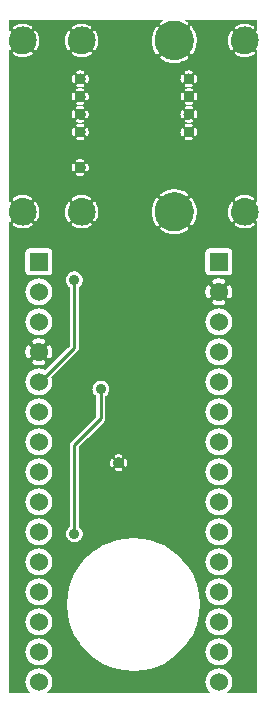
<source format=gbr>
G04 start of page 3 for group 5 idx 5 *
G04 Title: (unknown), bottom *
G04 Creator: pcb 1.99z *
G04 CreationDate: Sat 25 Jun 2011 09:43:41 PM GMT UTC *
G04 For: russ *
G04 Format: Gerber/RS-274X *
G04 PCB-Dimensions: 86614 228346 *
G04 PCB-Coordinate-Origin: lower left *
%MOIN*%
%FSLAX25Y25*%
%LNBOTTOM*%
%ADD38C,0.0677*%
%ADD37C,0.1063*%
%ADD36C,0.0380*%
%ADD35C,0.1660*%
%ADD34C,0.0360*%
%ADD33C,0.0360*%
%ADD32C,0.0913*%
%ADD31C,0.1299*%
%ADD30C,0.0600*%
%ADD29C,0.0100*%
%ADD28C,0.0200*%
G54D28*G36*
X80431Y226377D02*X84646D01*
Y222821D01*
X84610Y222825D01*
X84530Y222822D01*
X84453Y222806D01*
X84378Y222778D01*
X84309Y222739D01*
X84247Y222690D01*
X84193Y222631D01*
X84150Y222565D01*
X84117Y222493D01*
X84095Y222416D01*
X84087Y222338D01*
X84090Y222258D01*
X84106Y222181D01*
X84134Y222106D01*
X84174Y222038D01*
X84392Y221690D01*
X84574Y221322D01*
X84646Y221136D01*
Y217838D01*
X84605Y217726D01*
X84430Y217355D01*
X84222Y217001D01*
X84182Y216932D01*
X84156Y216857D01*
X84142Y216780D01*
X84140Y216701D01*
X84150Y216623D01*
X84173Y216548D01*
X84207Y216476D01*
X84251Y216412D01*
X84306Y216355D01*
X84368Y216307D01*
X84437Y216269D01*
X84512Y216243D01*
X84589Y216229D01*
X84646Y216228D01*
Y165735D01*
X84610Y165739D01*
X84530Y165736D01*
X84453Y165720D01*
X84378Y165692D01*
X84309Y165653D01*
X84247Y165604D01*
X84193Y165545D01*
X84150Y165479D01*
X84117Y165407D01*
X84095Y165330D01*
X84087Y165252D01*
X84090Y165172D01*
X84106Y165095D01*
X84134Y165020D01*
X84174Y164952D01*
X84392Y164604D01*
X84574Y164236D01*
X84646Y164050D01*
Y160752D01*
X84605Y160640D01*
X84430Y160269D01*
X84222Y159915D01*
X84182Y159846D01*
X84156Y159771D01*
X84142Y159694D01*
X84140Y159615D01*
X84150Y159537D01*
X84173Y159462D01*
X84207Y159390D01*
X84251Y159326D01*
X84306Y159269D01*
X84368Y159221D01*
X84437Y159183D01*
X84512Y159157D01*
X84589Y159143D01*
X84646Y159142D01*
Y1968D01*
X80431D01*
Y156836D01*
X80692Y156838D01*
X81190Y156887D01*
X81682Y156981D01*
X82164Y157119D01*
X82631Y157299D01*
X83081Y157521D01*
X83508Y157782D01*
X83570Y157832D01*
X83624Y157891D01*
X83667Y157957D01*
X83700Y158029D01*
X83722Y158106D01*
X83730Y158184D01*
X83727Y158264D01*
X83711Y158341D01*
X83683Y158416D01*
X83644Y158485D01*
X83595Y158547D01*
X83536Y158601D01*
X83470Y158644D01*
X83398Y158677D01*
X83321Y158699D01*
X83243Y158707D01*
X83163Y158704D01*
X83086Y158688D01*
X83011Y158660D01*
X82943Y158620D01*
X82595Y158402D01*
X82227Y158220D01*
X81844Y158072D01*
X81449Y157960D01*
X81046Y157883D01*
X80638Y157842D01*
X80431Y157840D01*
Y166964D01*
X80558Y166965D01*
X80967Y166931D01*
X81372Y166861D01*
X81768Y166755D01*
X82154Y166614D01*
X82525Y166439D01*
X82879Y166231D01*
X82948Y166191D01*
X83023Y166165D01*
X83100Y166151D01*
X83179Y166149D01*
X83257Y166159D01*
X83332Y166182D01*
X83404Y166216D01*
X83468Y166260D01*
X83525Y166315D01*
X83573Y166377D01*
X83611Y166446D01*
X83637Y166521D01*
X83651Y166598D01*
X83653Y166677D01*
X83643Y166755D01*
X83620Y166830D01*
X83586Y166902D01*
X83542Y166966D01*
X83487Y167023D01*
X83424Y167070D01*
X82995Y167328D01*
X82542Y167542D01*
X82071Y167714D01*
X81587Y167843D01*
X81094Y167929D01*
X80594Y167969D01*
X80431Y167968D01*
Y213922D01*
X80692Y213924D01*
X81190Y213973D01*
X81682Y214067D01*
X82164Y214205D01*
X82631Y214385D01*
X83081Y214607D01*
X83508Y214868D01*
X83570Y214918D01*
X83624Y214977D01*
X83667Y215043D01*
X83700Y215115D01*
X83722Y215192D01*
X83730Y215270D01*
X83727Y215350D01*
X83711Y215427D01*
X83683Y215502D01*
X83644Y215571D01*
X83595Y215633D01*
X83536Y215687D01*
X83470Y215730D01*
X83398Y215763D01*
X83321Y215785D01*
X83243Y215793D01*
X83163Y215790D01*
X83086Y215774D01*
X83011Y215746D01*
X82943Y215706D01*
X82595Y215488D01*
X82227Y215306D01*
X81844Y215158D01*
X81449Y215046D01*
X81046Y214969D01*
X80638Y214928D01*
X80431Y214926D01*
Y224050D01*
X80558Y224051D01*
X80967Y224017D01*
X81372Y223947D01*
X81768Y223841D01*
X82154Y223700D01*
X82525Y223525D01*
X82879Y223317D01*
X82948Y223277D01*
X83023Y223251D01*
X83100Y223237D01*
X83179Y223235D01*
X83257Y223245D01*
X83332Y223268D01*
X83404Y223302D01*
X83468Y223346D01*
X83525Y223401D01*
X83573Y223463D01*
X83611Y223532D01*
X83637Y223607D01*
X83651Y223684D01*
X83653Y223763D01*
X83643Y223841D01*
X83620Y223916D01*
X83586Y223988D01*
X83542Y224052D01*
X83487Y224109D01*
X83424Y224156D01*
X82995Y224414D01*
X82542Y224628D01*
X82071Y224800D01*
X81587Y224929D01*
X81094Y225015D01*
X80594Y225055D01*
X80431Y225054D01*
Y226377D01*
G37*
G36*
X75425D02*X80431D01*
Y225054D01*
X80093Y225051D01*
X79595Y225002D01*
X79103Y224908D01*
X78621Y224770D01*
X78154Y224590D01*
X77704Y224368D01*
X77277Y224107D01*
X77215Y224057D01*
X77161Y223998D01*
X77118Y223932D01*
X77085Y223860D01*
X77063Y223783D01*
X77055Y223705D01*
X77058Y223625D01*
X77074Y223548D01*
X77102Y223473D01*
X77141Y223404D01*
X77190Y223342D01*
X77249Y223288D01*
X77315Y223245D01*
X77387Y223212D01*
X77464Y223190D01*
X77542Y223182D01*
X77622Y223185D01*
X77699Y223201D01*
X77774Y223229D01*
X77842Y223269D01*
X78190Y223487D01*
X78558Y223669D01*
X78941Y223817D01*
X79336Y223929D01*
X79739Y224006D01*
X80147Y224047D01*
X80431Y224050D01*
Y214926D01*
X80227Y214924D01*
X79818Y214958D01*
X79413Y215028D01*
X79017Y215134D01*
X78631Y215275D01*
X78260Y215450D01*
X77906Y215658D01*
X77837Y215698D01*
X77762Y215724D01*
X77685Y215738D01*
X77606Y215740D01*
X77528Y215730D01*
X77453Y215707D01*
X77381Y215673D01*
X77317Y215629D01*
X77260Y215574D01*
X77212Y215512D01*
X77174Y215443D01*
X77148Y215368D01*
X77134Y215291D01*
X77132Y215212D01*
X77142Y215134D01*
X77165Y215059D01*
X77199Y214987D01*
X77243Y214923D01*
X77298Y214866D01*
X77361Y214819D01*
X77790Y214561D01*
X78243Y214347D01*
X78714Y214175D01*
X79198Y214046D01*
X79691Y213960D01*
X80191Y213920D01*
X80431Y213922D01*
Y167968D01*
X80093Y167965D01*
X79595Y167916D01*
X79103Y167822D01*
X78621Y167684D01*
X78154Y167504D01*
X77704Y167282D01*
X77277Y167021D01*
X77215Y166971D01*
X77161Y166912D01*
X77118Y166846D01*
X77085Y166774D01*
X77063Y166697D01*
X77055Y166619D01*
X77058Y166539D01*
X77074Y166462D01*
X77102Y166387D01*
X77141Y166318D01*
X77190Y166256D01*
X77249Y166202D01*
X77315Y166159D01*
X77387Y166126D01*
X77464Y166104D01*
X77542Y166096D01*
X77622Y166099D01*
X77699Y166115D01*
X77774Y166143D01*
X77842Y166183D01*
X78190Y166401D01*
X78558Y166583D01*
X78941Y166731D01*
X79336Y166843D01*
X79739Y166920D01*
X80147Y166961D01*
X80431Y166964D01*
Y157840D01*
X80227Y157838D01*
X79818Y157872D01*
X79413Y157942D01*
X79017Y158048D01*
X78631Y158189D01*
X78260Y158364D01*
X77906Y158572D01*
X77837Y158612D01*
X77762Y158638D01*
X77685Y158652D01*
X77606Y158654D01*
X77528Y158644D01*
X77453Y158621D01*
X77381Y158587D01*
X77317Y158543D01*
X77260Y158488D01*
X77212Y158426D01*
X77174Y158357D01*
X77148Y158282D01*
X77134Y158205D01*
X77132Y158126D01*
X77142Y158048D01*
X77165Y157973D01*
X77199Y157901D01*
X77243Y157837D01*
X77298Y157780D01*
X77361Y157733D01*
X77790Y157475D01*
X78243Y157261D01*
X78714Y157089D01*
X79198Y156960D01*
X79691Y156874D01*
X80191Y156834D01*
X80431Y156836D01*
Y1968D01*
X75425D01*
Y2971D01*
X75463Y3016D01*
X75833Y3620D01*
X76104Y4274D01*
X76269Y4963D01*
X76311Y5669D01*
X76269Y6375D01*
X76104Y7064D01*
X75833Y7718D01*
X75463Y8322D01*
X75425Y8367D01*
Y12971D01*
X75463Y13016D01*
X75833Y13620D01*
X76104Y14274D01*
X76269Y14963D01*
X76311Y15669D01*
X76269Y16375D01*
X76104Y17064D01*
X75833Y17718D01*
X75463Y18322D01*
X75425Y18367D01*
Y22971D01*
X75463Y23016D01*
X75833Y23620D01*
X76104Y24274D01*
X76269Y24963D01*
X76311Y25669D01*
X76269Y26375D01*
X76104Y27064D01*
X75833Y27718D01*
X75463Y28322D01*
X75425Y28367D01*
Y32971D01*
X75463Y33016D01*
X75833Y33620D01*
X76104Y34274D01*
X76269Y34963D01*
X76311Y35669D01*
X76269Y36375D01*
X76104Y37064D01*
X75833Y37718D01*
X75463Y38322D01*
X75425Y38367D01*
Y42971D01*
X75463Y43016D01*
X75833Y43620D01*
X76104Y44274D01*
X76269Y44963D01*
X76311Y45669D01*
X76269Y46375D01*
X76104Y47064D01*
X75833Y47718D01*
X75463Y48322D01*
X75425Y48367D01*
Y52971D01*
X75463Y53016D01*
X75833Y53620D01*
X76104Y54274D01*
X76269Y54963D01*
X76311Y55669D01*
X76269Y56375D01*
X76104Y57064D01*
X75833Y57718D01*
X75463Y58322D01*
X75425Y58367D01*
Y62971D01*
X75463Y63016D01*
X75833Y63620D01*
X76104Y64274D01*
X76269Y64963D01*
X76311Y65669D01*
X76269Y66375D01*
X76104Y67064D01*
X75833Y67718D01*
X75463Y68322D01*
X75425Y68367D01*
Y72971D01*
X75463Y73016D01*
X75833Y73620D01*
X76104Y74274D01*
X76269Y74963D01*
X76311Y75669D01*
X76269Y76375D01*
X76104Y77064D01*
X75833Y77718D01*
X75463Y78322D01*
X75425Y78367D01*
Y82971D01*
X75463Y83016D01*
X75833Y83620D01*
X76104Y84274D01*
X76269Y84963D01*
X76311Y85669D01*
X76269Y86375D01*
X76104Y87064D01*
X75833Y87718D01*
X75463Y88322D01*
X75425Y88367D01*
Y92971D01*
X75463Y93016D01*
X75833Y93620D01*
X76104Y94274D01*
X76269Y94963D01*
X76311Y95669D01*
X76269Y96375D01*
X76104Y97064D01*
X75833Y97718D01*
X75463Y98322D01*
X75425Y98367D01*
Y102971D01*
X75463Y103016D01*
X75833Y103620D01*
X76104Y104274D01*
X76269Y104963D01*
X76311Y105669D01*
X76269Y106375D01*
X76104Y107064D01*
X75833Y107718D01*
X75463Y108322D01*
X75425Y108367D01*
Y112971D01*
X75463Y113016D01*
X75833Y113620D01*
X76104Y114274D01*
X76269Y114963D01*
X76311Y115669D01*
X76269Y116375D01*
X76104Y117064D01*
X75833Y117718D01*
X75463Y118322D01*
X75425Y118367D01*
Y122971D01*
X75463Y123016D01*
X75833Y123620D01*
X76104Y124274D01*
X76269Y124963D01*
X76311Y125669D01*
X76269Y126375D01*
X76104Y127064D01*
X75833Y127718D01*
X75463Y128322D01*
X75425Y128367D01*
Y133527D01*
X75469Y133535D01*
X75581Y133572D01*
X75686Y133627D01*
X75781Y133697D01*
X75864Y133781D01*
X75932Y133877D01*
X75983Y133984D01*
X76130Y134390D01*
X76233Y134810D01*
X76295Y135238D01*
X76316Y135669D01*
X76295Y136101D01*
X76233Y136529D01*
X76130Y136949D01*
X75988Y137357D01*
X75934Y137463D01*
X75865Y137559D01*
X75782Y137644D01*
X75687Y137714D01*
X75582Y137769D01*
X75470Y137807D01*
X75425Y137814D01*
Y141300D01*
X75494Y141328D01*
X75695Y141452D01*
X75875Y141605D01*
X76028Y141785D01*
X76152Y141986D01*
X76242Y142204D01*
X76297Y142434D01*
X76311Y142669D01*
X76297Y148904D01*
X76242Y149134D01*
X76152Y149352D01*
X76028Y149553D01*
X75875Y149733D01*
X75695Y149886D01*
X75494Y150010D01*
X75425Y150038D01*
Y159889D01*
X75512Y159713D01*
X75773Y159286D01*
X75823Y159224D01*
X75882Y159170D01*
X75948Y159127D01*
X76020Y159094D01*
X76097Y159072D01*
X76175Y159064D01*
X76255Y159067D01*
X76332Y159083D01*
X76407Y159111D01*
X76476Y159150D01*
X76538Y159199D01*
X76592Y159258D01*
X76635Y159324D01*
X76668Y159396D01*
X76690Y159473D01*
X76698Y159551D01*
X76695Y159631D01*
X76679Y159708D01*
X76651Y159783D01*
X76611Y159851D01*
X76393Y160199D01*
X76211Y160567D01*
X76063Y160950D01*
X75951Y161345D01*
X75874Y161748D01*
X75833Y162156D01*
X75829Y162567D01*
X75863Y162976D01*
X75933Y163381D01*
X76039Y163777D01*
X76180Y164163D01*
X76355Y164534D01*
X76563Y164888D01*
X76603Y164957D01*
X76629Y165032D01*
X76643Y165109D01*
X76645Y165188D01*
X76635Y165266D01*
X76612Y165341D01*
X76578Y165413D01*
X76534Y165477D01*
X76479Y165534D01*
X76417Y165582D01*
X76348Y165620D01*
X76273Y165646D01*
X76196Y165660D01*
X76117Y165662D01*
X76039Y165652D01*
X75964Y165629D01*
X75892Y165595D01*
X75828Y165551D01*
X75771Y165496D01*
X75724Y165433D01*
X75466Y165004D01*
X75425Y164917D01*
Y216975D01*
X75512Y216799D01*
X75773Y216372D01*
X75823Y216310D01*
X75882Y216256D01*
X75948Y216213D01*
X76020Y216180D01*
X76097Y216158D01*
X76175Y216150D01*
X76255Y216153D01*
X76332Y216169D01*
X76407Y216197D01*
X76476Y216236D01*
X76538Y216285D01*
X76592Y216344D01*
X76635Y216410D01*
X76668Y216482D01*
X76690Y216559D01*
X76698Y216637D01*
X76695Y216717D01*
X76679Y216794D01*
X76651Y216869D01*
X76611Y216937D01*
X76393Y217285D01*
X76211Y217653D01*
X76063Y218036D01*
X75951Y218431D01*
X75874Y218834D01*
X75833Y219242D01*
X75829Y219653D01*
X75863Y220062D01*
X75933Y220467D01*
X76039Y220863D01*
X76180Y221249D01*
X76355Y221620D01*
X76563Y221974D01*
X76603Y222043D01*
X76629Y222118D01*
X76643Y222195D01*
X76645Y222274D01*
X76635Y222352D01*
X76612Y222427D01*
X76578Y222499D01*
X76534Y222563D01*
X76479Y222620D01*
X76417Y222668D01*
X76348Y222706D01*
X76273Y222732D01*
X76196Y222746D01*
X76117Y222748D01*
X76039Y222738D01*
X75964Y222715D01*
X75892Y222681D01*
X75828Y222637D01*
X75771Y222582D01*
X75724Y222519D01*
X75466Y222090D01*
X75425Y222003D01*
Y226377D01*
G37*
G36*
Y128367D02*X75003Y128861D01*
X74464Y129321D01*
X73860Y129691D01*
X73206Y129962D01*
X72517Y130127D01*
X71811Y130183D01*
Y131164D01*
X72242Y131185D01*
X72670Y131247D01*
X73090Y131350D01*
X73498Y131492D01*
X73604Y131546D01*
X73700Y131615D01*
X73785Y131698D01*
X73855Y131793D01*
X73910Y131898D01*
X73948Y132010D01*
X73967Y132127D01*
X73968Y132246D01*
X73951Y132363D01*
X73915Y132476D01*
X73862Y132582D01*
X73793Y132678D01*
X73710Y132763D01*
X73615Y132833D01*
X73510Y132888D01*
X73398Y132926D01*
X73281Y132945D01*
X73162Y132946D01*
X73045Y132929D01*
X72933Y132891D01*
X72663Y132793D01*
X72383Y132725D01*
X72098Y132683D01*
X71811Y132669D01*
Y138669D01*
X72098Y138656D01*
X72383Y138614D01*
X72663Y138546D01*
X72934Y138451D01*
X73046Y138412D01*
X73163Y138395D01*
X73281Y138396D01*
X73397Y138416D01*
X73509Y138453D01*
X73614Y138508D01*
X73709Y138578D01*
X73792Y138662D01*
X73860Y138758D01*
X73913Y138864D01*
X73949Y138977D01*
X73966Y139094D01*
X73965Y139212D01*
X73945Y139328D01*
X73908Y139440D01*
X73853Y139545D01*
X73783Y139640D01*
X73699Y139723D01*
X73603Y139791D01*
X73496Y139842D01*
X73090Y139989D01*
X72670Y140092D01*
X72242Y140154D01*
X71811Y140175D01*
Y141176D01*
X75046Y141183D01*
X75276Y141238D01*
X75425Y141300D01*
Y137814D01*
X75353Y137826D01*
X75234Y137827D01*
X75117Y137810D01*
X75004Y137774D01*
X74898Y137721D01*
X74802Y137652D01*
X74717Y137569D01*
X74647Y137474D01*
X74592Y137369D01*
X74554Y137257D01*
X74535Y137140D01*
X74534Y137021D01*
X74551Y136904D01*
X74589Y136792D01*
X74687Y136522D01*
X74755Y136242D01*
X74797Y135957D01*
X74811Y135669D01*
X74797Y135382D01*
X74755Y135097D01*
X74687Y134817D01*
X74592Y134546D01*
X74553Y134434D01*
X74536Y134317D01*
X74537Y134199D01*
X74557Y134083D01*
X74594Y133971D01*
X74649Y133866D01*
X74719Y133771D01*
X74803Y133688D01*
X74899Y133620D01*
X75005Y133567D01*
X75118Y133531D01*
X75235Y133514D01*
X75353Y133515D01*
X75425Y133527D01*
Y128367D01*
G37*
G36*
Y118367D02*X75003Y118861D01*
X74464Y119321D01*
X73860Y119691D01*
X73206Y119962D01*
X72517Y120127D01*
X71811Y120183D01*
Y121155D01*
X72517Y121211D01*
X73206Y121376D01*
X73860Y121647D01*
X74464Y122017D01*
X75003Y122477D01*
X75425Y122971D01*
Y118367D01*
G37*
G36*
Y108367D02*X75003Y108861D01*
X74464Y109321D01*
X73860Y109691D01*
X73206Y109962D01*
X72517Y110127D01*
X71811Y110183D01*
Y111155D01*
X72517Y111211D01*
X73206Y111376D01*
X73860Y111647D01*
X74464Y112017D01*
X75003Y112477D01*
X75425Y112971D01*
Y108367D01*
G37*
G36*
Y98367D02*X75003Y98861D01*
X74464Y99321D01*
X73860Y99691D01*
X73206Y99962D01*
X72517Y100127D01*
X71811Y100183D01*
Y101155D01*
X72517Y101211D01*
X73206Y101376D01*
X73860Y101647D01*
X74464Y102017D01*
X75003Y102477D01*
X75425Y102971D01*
Y98367D01*
G37*
G36*
Y88367D02*X75003Y88861D01*
X74464Y89321D01*
X73860Y89691D01*
X73206Y89962D01*
X72517Y90127D01*
X71811Y90183D01*
Y91155D01*
X72517Y91211D01*
X73206Y91376D01*
X73860Y91647D01*
X74464Y92017D01*
X75003Y92477D01*
X75425Y92971D01*
Y88367D01*
G37*
G36*
Y78367D02*X75003Y78861D01*
X74464Y79321D01*
X73860Y79691D01*
X73206Y79962D01*
X72517Y80127D01*
X71811Y80183D01*
Y81155D01*
X72517Y81211D01*
X73206Y81376D01*
X73860Y81647D01*
X74464Y82017D01*
X75003Y82477D01*
X75425Y82971D01*
Y78367D01*
G37*
G36*
Y68367D02*X75003Y68861D01*
X74464Y69321D01*
X73860Y69691D01*
X73206Y69962D01*
X72517Y70127D01*
X71811Y70183D01*
Y71155D01*
X72517Y71211D01*
X73206Y71376D01*
X73860Y71647D01*
X74464Y72017D01*
X75003Y72477D01*
X75425Y72971D01*
Y68367D01*
G37*
G36*
Y58367D02*X75003Y58861D01*
X74464Y59321D01*
X73860Y59691D01*
X73206Y59962D01*
X72517Y60127D01*
X71811Y60183D01*
Y61155D01*
X72517Y61211D01*
X73206Y61376D01*
X73860Y61647D01*
X74464Y62017D01*
X75003Y62477D01*
X75425Y62971D01*
Y58367D01*
G37*
G36*
Y48367D02*X75003Y48861D01*
X74464Y49321D01*
X73860Y49691D01*
X73206Y49962D01*
X72517Y50127D01*
X71811Y50183D01*
Y51155D01*
X72517Y51211D01*
X73206Y51376D01*
X73860Y51647D01*
X74464Y52017D01*
X75003Y52477D01*
X75425Y52971D01*
Y48367D01*
G37*
G36*
Y38367D02*X75003Y38861D01*
X74464Y39321D01*
X73860Y39691D01*
X73206Y39962D01*
X72517Y40127D01*
X71811Y40183D01*
Y41155D01*
X72517Y41211D01*
X73206Y41376D01*
X73860Y41647D01*
X74464Y42017D01*
X75003Y42477D01*
X75425Y42971D01*
Y38367D01*
G37*
G36*
Y28367D02*X75003Y28861D01*
X74464Y29321D01*
X73860Y29691D01*
X73206Y29962D01*
X72517Y30127D01*
X71811Y30183D01*
Y31155D01*
X72517Y31211D01*
X73206Y31376D01*
X73860Y31647D01*
X74464Y32017D01*
X75003Y32477D01*
X75425Y32971D01*
Y28367D01*
G37*
G36*
Y18367D02*X75003Y18861D01*
X74464Y19321D01*
X73860Y19691D01*
X73206Y19962D01*
X72517Y20127D01*
X71811Y20183D01*
Y21155D01*
X72517Y21211D01*
X73206Y21376D01*
X73860Y21647D01*
X74464Y22017D01*
X75003Y22477D01*
X75425Y22971D01*
Y18367D01*
G37*
G36*
Y8367D02*X75003Y8861D01*
X74464Y9321D01*
X73860Y9691D01*
X73206Y9962D01*
X72517Y10127D01*
X71811Y10183D01*
Y11155D01*
X72517Y11211D01*
X73206Y11376D01*
X73860Y11647D01*
X74464Y12017D01*
X75003Y12477D01*
X75425Y12971D01*
Y8367D01*
G37*
G36*
Y1968D02*X74384D01*
X74464Y2017D01*
X75003Y2477D01*
X75425Y2971D01*
Y1968D01*
G37*
G36*
X71811Y226377D02*X75425D01*
Y222003D01*
X75252Y221637D01*
X75080Y221166D01*
X74951Y220682D01*
X74865Y220189D01*
X74825Y219689D01*
X74829Y219188D01*
X74878Y218690D01*
X74972Y218198D01*
X75110Y217716D01*
X75290Y217249D01*
X75425Y216975D01*
Y164917D01*
X75252Y164551D01*
X75080Y164080D01*
X74951Y163596D01*
X74865Y163103D01*
X74825Y162603D01*
X74829Y162102D01*
X74878Y161604D01*
X74972Y161112D01*
X75110Y160630D01*
X75290Y160163D01*
X75425Y159889D01*
Y150038D01*
X75276Y150100D01*
X75046Y150155D01*
X74811Y150169D01*
X71811Y150162D01*
Y226377D01*
G37*
G36*
X68196Y2973D02*X68619Y2477D01*
X69158Y2017D01*
X69238Y1968D01*
X68196D01*
Y2973D01*
G37*
G36*
Y12973D02*X68619Y12477D01*
X69158Y12017D01*
X69762Y11647D01*
X70416Y11376D01*
X71105Y11211D01*
X71811Y11155D01*
Y10183D01*
X71105Y10127D01*
X70416Y9962D01*
X69762Y9691D01*
X69158Y9321D01*
X68619Y8861D01*
X68196Y8365D01*
Y12973D01*
G37*
G36*
Y22973D02*X68619Y22477D01*
X69158Y22017D01*
X69762Y21647D01*
X70416Y21376D01*
X71105Y21211D01*
X71811Y21155D01*
Y20183D01*
X71105Y20127D01*
X70416Y19962D01*
X69762Y19691D01*
X69158Y19321D01*
X68619Y18861D01*
X68196Y18365D01*
Y22973D01*
G37*
G36*
Y32973D02*X68619Y32477D01*
X69158Y32017D01*
X69762Y31647D01*
X70416Y31376D01*
X71105Y31211D01*
X71811Y31155D01*
Y30183D01*
X71105Y30127D01*
X70416Y29962D01*
X69762Y29691D01*
X69158Y29321D01*
X68619Y28861D01*
X68196Y28365D01*
Y32973D01*
G37*
G36*
Y42973D02*X68619Y42477D01*
X69158Y42017D01*
X69762Y41647D01*
X70416Y41376D01*
X71105Y41211D01*
X71811Y41155D01*
Y40183D01*
X71105Y40127D01*
X70416Y39962D01*
X69762Y39691D01*
X69158Y39321D01*
X68619Y38861D01*
X68196Y38365D01*
Y42973D01*
G37*
G36*
Y52973D02*X68619Y52477D01*
X69158Y52017D01*
X69762Y51647D01*
X70416Y51376D01*
X71105Y51211D01*
X71811Y51155D01*
Y50183D01*
X71105Y50127D01*
X70416Y49962D01*
X69762Y49691D01*
X69158Y49321D01*
X68619Y48861D01*
X68196Y48365D01*
Y52973D01*
G37*
G36*
Y62973D02*X68619Y62477D01*
X69158Y62017D01*
X69762Y61647D01*
X70416Y61376D01*
X71105Y61211D01*
X71811Y61155D01*
Y60183D01*
X71105Y60127D01*
X70416Y59962D01*
X69762Y59691D01*
X69158Y59321D01*
X68619Y58861D01*
X68196Y58365D01*
Y62973D01*
G37*
G36*
Y72973D02*X68619Y72477D01*
X69158Y72017D01*
X69762Y71647D01*
X70416Y71376D01*
X71105Y71211D01*
X71811Y71155D01*
Y70183D01*
X71105Y70127D01*
X70416Y69962D01*
X69762Y69691D01*
X69158Y69321D01*
X68619Y68861D01*
X68196Y68365D01*
Y72973D01*
G37*
G36*
Y82973D02*X68619Y82477D01*
X69158Y82017D01*
X69762Y81647D01*
X70416Y81376D01*
X71105Y81211D01*
X71811Y81155D01*
Y80183D01*
X71105Y80127D01*
X70416Y79962D01*
X69762Y79691D01*
X69158Y79321D01*
X68619Y78861D01*
X68196Y78365D01*
Y82973D01*
G37*
G36*
Y92973D02*X68619Y92477D01*
X69158Y92017D01*
X69762Y91647D01*
X70416Y91376D01*
X71105Y91211D01*
X71811Y91155D01*
Y90183D01*
X71105Y90127D01*
X70416Y89962D01*
X69762Y89691D01*
X69158Y89321D01*
X68619Y88861D01*
X68196Y88365D01*
Y92973D01*
G37*
G36*
Y102973D02*X68619Y102477D01*
X69158Y102017D01*
X69762Y101647D01*
X70416Y101376D01*
X71105Y101211D01*
X71811Y101155D01*
Y100183D01*
X71105Y100127D01*
X70416Y99962D01*
X69762Y99691D01*
X69158Y99321D01*
X68619Y98861D01*
X68196Y98365D01*
Y102973D01*
G37*
G36*
Y112973D02*X68619Y112477D01*
X69158Y112017D01*
X69762Y111647D01*
X70416Y111376D01*
X71105Y111211D01*
X71811Y111155D01*
Y110183D01*
X71105Y110127D01*
X70416Y109962D01*
X69762Y109691D01*
X69158Y109321D01*
X68619Y108861D01*
X68196Y108365D01*
Y112973D01*
G37*
G36*
Y122973D02*X68619Y122477D01*
X69158Y122017D01*
X69762Y121647D01*
X70416Y121376D01*
X71105Y121211D01*
X71811Y121155D01*
Y120183D01*
X71105Y120127D01*
X70416Y119962D01*
X69762Y119691D01*
X69158Y119321D01*
X68619Y118861D01*
X68196Y118365D01*
Y122973D01*
G37*
G36*
Y141300D02*X68346Y141238D01*
X68576Y141183D01*
X68811Y141169D01*
X71811Y141176D01*
Y140175D01*
X71379Y140154D01*
X70951Y140092D01*
X70531Y139989D01*
X70123Y139847D01*
X70017Y139793D01*
X69921Y139724D01*
X69836Y139641D01*
X69766Y139546D01*
X69711Y139441D01*
X69673Y139329D01*
X69654Y139212D01*
X69653Y139093D01*
X69670Y138976D01*
X69706Y138863D01*
X69759Y138757D01*
X69828Y138661D01*
X69911Y138576D01*
X70006Y138506D01*
X70111Y138451D01*
X70223Y138413D01*
X70340Y138394D01*
X70459Y138393D01*
X70576Y138410D01*
X70688Y138448D01*
X70958Y138546D01*
X71238Y138614D01*
X71523Y138656D01*
X71811Y138669D01*
Y132669D01*
X71523Y132683D01*
X71238Y132725D01*
X70958Y132793D01*
X70687Y132888D01*
X70575Y132927D01*
X70458Y132944D01*
X70340Y132943D01*
X70224Y132923D01*
X70112Y132886D01*
X70007Y132831D01*
X69912Y132761D01*
X69829Y132677D01*
X69761Y132581D01*
X69708Y132475D01*
X69672Y132362D01*
X69655Y132245D01*
X69656Y132127D01*
X69676Y132011D01*
X69713Y131899D01*
X69768Y131794D01*
X69838Y131699D01*
X69922Y131616D01*
X70018Y131548D01*
X70125Y131497D01*
X70531Y131350D01*
X70951Y131247D01*
X71379Y131185D01*
X71811Y131164D01*
Y130183D01*
X71105Y130127D01*
X70416Y129962D01*
X69762Y129691D01*
X69158Y129321D01*
X68619Y128861D01*
X68196Y128365D01*
Y133525D01*
X68268Y133513D01*
X68387Y133512D01*
X68504Y133529D01*
X68617Y133565D01*
X68723Y133618D01*
X68819Y133687D01*
X68904Y133770D01*
X68974Y133865D01*
X69029Y133970D01*
X69067Y134082D01*
X69086Y134199D01*
X69087Y134318D01*
X69070Y134435D01*
X69032Y134547D01*
X68934Y134817D01*
X68866Y135097D01*
X68824Y135382D01*
X68811Y135669D01*
X68824Y135957D01*
X68866Y136242D01*
X68934Y136522D01*
X69029Y136793D01*
X69068Y136905D01*
X69085Y137022D01*
X69084Y137140D01*
X69064Y137256D01*
X69027Y137368D01*
X68972Y137473D01*
X68902Y137568D01*
X68818Y137651D01*
X68722Y137719D01*
X68616Y137772D01*
X68503Y137808D01*
X68386Y137825D01*
X68268Y137824D01*
X68196Y137812D01*
Y141300D01*
G37*
G36*
Y226377D02*X71811D01*
Y150162D01*
X68576Y150155D01*
X68346Y150100D01*
X68196Y150038D01*
Y226377D01*
G37*
G36*
X64040D02*X68196D01*
Y150038D01*
X68128Y150010D01*
X67927Y149886D01*
X67747Y149733D01*
X67594Y149553D01*
X67470Y149352D01*
X67380Y149134D01*
X67325Y148904D01*
X67311Y148669D01*
X67325Y142434D01*
X67380Y142204D01*
X67470Y141986D01*
X67594Y141785D01*
X67747Y141605D01*
X67927Y141452D01*
X68128Y141328D01*
X68196Y141300D01*
Y137812D01*
X68152Y137804D01*
X68040Y137767D01*
X67935Y137712D01*
X67840Y137642D01*
X67757Y137558D01*
X67689Y137462D01*
X67638Y137355D01*
X67491Y136949D01*
X67388Y136529D01*
X67326Y136101D01*
X67305Y135669D01*
X67326Y135238D01*
X67388Y134810D01*
X67491Y134390D01*
X67633Y133982D01*
X67687Y133876D01*
X67756Y133780D01*
X67839Y133695D01*
X67934Y133625D01*
X68039Y133570D01*
X68151Y133532D01*
X68196Y133525D01*
Y128365D01*
X68159Y128322D01*
X67789Y127718D01*
X67518Y127064D01*
X67353Y126375D01*
X67297Y125669D01*
X67353Y124963D01*
X67518Y124274D01*
X67789Y123620D01*
X68159Y123016D01*
X68196Y122973D01*
Y118365D01*
X68159Y118322D01*
X67789Y117718D01*
X67518Y117064D01*
X67353Y116375D01*
X67297Y115669D01*
X67353Y114963D01*
X67518Y114274D01*
X67789Y113620D01*
X68159Y113016D01*
X68196Y112973D01*
Y108365D01*
X68159Y108322D01*
X67789Y107718D01*
X67518Y107064D01*
X67353Y106375D01*
X67297Y105669D01*
X67353Y104963D01*
X67518Y104274D01*
X67789Y103620D01*
X68159Y103016D01*
X68196Y102973D01*
Y98365D01*
X68159Y98322D01*
X67789Y97718D01*
X67518Y97064D01*
X67353Y96375D01*
X67297Y95669D01*
X67353Y94963D01*
X67518Y94274D01*
X67789Y93620D01*
X68159Y93016D01*
X68196Y92973D01*
Y88365D01*
X68159Y88322D01*
X67789Y87718D01*
X67518Y87064D01*
X67353Y86375D01*
X67297Y85669D01*
X67353Y84963D01*
X67518Y84274D01*
X67789Y83620D01*
X68159Y83016D01*
X68196Y82973D01*
Y78365D01*
X68159Y78322D01*
X67789Y77718D01*
X67518Y77064D01*
X67353Y76375D01*
X67297Y75669D01*
X67353Y74963D01*
X67518Y74274D01*
X67789Y73620D01*
X68159Y73016D01*
X68196Y72973D01*
Y68365D01*
X68159Y68322D01*
X67789Y67718D01*
X67518Y67064D01*
X67353Y66375D01*
X67297Y65669D01*
X67353Y64963D01*
X67518Y64274D01*
X67789Y63620D01*
X68159Y63016D01*
X68196Y62973D01*
Y58365D01*
X68159Y58322D01*
X67789Y57718D01*
X67518Y57064D01*
X67353Y56375D01*
X67297Y55669D01*
X67353Y54963D01*
X67518Y54274D01*
X67789Y53620D01*
X68159Y53016D01*
X68196Y52973D01*
Y48365D01*
X68159Y48322D01*
X67789Y47718D01*
X67518Y47064D01*
X67353Y46375D01*
X67297Y45669D01*
X67353Y44963D01*
X67518Y44274D01*
X67789Y43620D01*
X68159Y43016D01*
X68196Y42973D01*
Y38365D01*
X68159Y38322D01*
X67789Y37718D01*
X67518Y37064D01*
X67353Y36375D01*
X67297Y35669D01*
X67353Y34963D01*
X67518Y34274D01*
X67789Y33620D01*
X68159Y33016D01*
X68196Y32973D01*
Y28365D01*
X68159Y28322D01*
X67789Y27718D01*
X67518Y27064D01*
X67353Y26375D01*
X67297Y25669D01*
X67353Y24963D01*
X67518Y24274D01*
X67789Y23620D01*
X68159Y23016D01*
X68196Y22973D01*
Y18365D01*
X68159Y18322D01*
X67789Y17718D01*
X67518Y17064D01*
X67353Y16375D01*
X67297Y15669D01*
X67353Y14963D01*
X67518Y14274D01*
X67789Y13620D01*
X68159Y13016D01*
X68196Y12973D01*
Y8365D01*
X68159Y8322D01*
X67789Y7718D01*
X67518Y7064D01*
X67353Y6375D01*
X67297Y5669D01*
X67353Y4963D01*
X67518Y4274D01*
X67789Y3620D01*
X68159Y3016D01*
X68196Y2973D01*
Y1968D01*
X64040D01*
Y23902D01*
X64353Y24658D01*
X65164Y28034D01*
X65368Y31496D01*
X65164Y34958D01*
X64353Y38334D01*
X64040Y39090D01*
Y160028D01*
X64172Y160441D01*
X64320Y161108D01*
X64407Y161785D01*
X64432Y162467D01*
X64395Y163149D01*
X64296Y163824D01*
X64136Y164488D01*
X64040Y164771D01*
Y187694D01*
X64109Y187708D01*
X64183Y187735D01*
X64252Y187774D01*
X64313Y187823D01*
X64366Y187881D01*
X64410Y187947D01*
X64441Y188019D01*
X64517Y188251D01*
X64570Y188490D01*
X64602Y188732D01*
X64612Y188976D01*
X64602Y189221D01*
X64570Y189463D01*
X64517Y189702D01*
X64443Y189935D01*
X64412Y190007D01*
X64368Y190073D01*
X64315Y190132D01*
X64253Y190181D01*
X64184Y190220D01*
X64110Y190247D01*
X64040Y190261D01*
Y193599D01*
X64109Y193613D01*
X64183Y193640D01*
X64252Y193679D01*
X64313Y193728D01*
X64366Y193786D01*
X64410Y193852D01*
X64441Y193924D01*
X64517Y194156D01*
X64570Y194395D01*
X64602Y194637D01*
X64612Y194881D01*
X64602Y195126D01*
X64570Y195368D01*
X64517Y195607D01*
X64443Y195840D01*
X64412Y195912D01*
X64368Y195978D01*
X64315Y196037D01*
X64253Y196086D01*
X64184Y196125D01*
X64110Y196152D01*
X64040Y196166D01*
Y199505D01*
X64109Y199519D01*
X64183Y199546D01*
X64252Y199585D01*
X64313Y199634D01*
X64366Y199692D01*
X64410Y199758D01*
X64441Y199830D01*
X64517Y200062D01*
X64570Y200301D01*
X64602Y200543D01*
X64612Y200787D01*
X64602Y201032D01*
X64570Y201274D01*
X64517Y201513D01*
X64443Y201746D01*
X64412Y201818D01*
X64368Y201884D01*
X64315Y201943D01*
X64253Y201992D01*
X64184Y202031D01*
X64110Y202058D01*
X64040Y202072D01*
Y205410D01*
X64109Y205424D01*
X64183Y205451D01*
X64252Y205490D01*
X64313Y205539D01*
X64366Y205597D01*
X64410Y205663D01*
X64441Y205735D01*
X64517Y205967D01*
X64570Y206206D01*
X64602Y206448D01*
X64612Y206692D01*
X64602Y206937D01*
X64570Y207179D01*
X64517Y207418D01*
X64443Y207651D01*
X64412Y207723D01*
X64368Y207789D01*
X64315Y207848D01*
X64253Y207897D01*
X64184Y207936D01*
X64110Y207963D01*
X64040Y207977D01*
Y217114D01*
X64172Y217527D01*
X64320Y218194D01*
X64407Y218871D01*
X64432Y219553D01*
X64395Y220235D01*
X64296Y220910D01*
X64136Y221574D01*
X64040Y221857D01*
Y226377D01*
G37*
G36*
Y1968D02*X61812D01*
Y19472D01*
X63024Y21450D01*
X64040Y23902D01*
Y1968D01*
G37*
G36*
X61812Y226377D02*X64040D01*
Y221857D01*
X63917Y222220D01*
X63640Y222844D01*
X63307Y223440D01*
X62921Y224003D01*
X62869Y224064D01*
X62808Y224115D01*
X62739Y224155D01*
X62665Y224184D01*
X62587Y224202D01*
X62507Y224206D01*
X62428Y224199D01*
X62351Y224179D01*
X62277Y224147D01*
X62210Y224104D01*
X62150Y224051D01*
X62099Y223990D01*
X62059Y223921D01*
X62030Y223847D01*
X62012Y223769D01*
X62008Y223689D01*
X62015Y223610D01*
X62035Y223533D01*
X62067Y223459D01*
X62111Y223393D01*
X62450Y222909D01*
X62738Y222393D01*
X62978Y221853D01*
X63168Y221294D01*
X63307Y220719D01*
X63392Y220134D01*
X63424Y219544D01*
X63403Y218954D01*
X63327Y218367D01*
X63199Y217791D01*
X63019Y217228D01*
X62788Y216684D01*
X62509Y216163D01*
X62184Y215669D01*
X62141Y215603D01*
X62111Y215530D01*
X62092Y215453D01*
X62086Y215375D01*
X62092Y215296D01*
X62111Y215220D01*
X62141Y215147D01*
X62182Y215080D01*
X62233Y215020D01*
X62293Y214969D01*
X62360Y214928D01*
X62433Y214898D01*
X62510Y214879D01*
X62588Y214873D01*
X62667Y214879D01*
X62743Y214898D01*
X62816Y214928D01*
X62883Y214969D01*
X62943Y215020D01*
X62993Y215081D01*
X63375Y215647D01*
X63697Y216249D01*
X63964Y216877D01*
X64040Y217114D01*
Y207977D01*
X64032Y207979D01*
X63953Y207983D01*
X63875Y207974D01*
X63798Y207952D01*
X63727Y207920D01*
X63661Y207876D01*
X63602Y207823D01*
X63553Y207761D01*
X63514Y207692D01*
X63487Y207618D01*
X63471Y207540D01*
X63467Y207461D01*
X63476Y207383D01*
X63499Y207307D01*
X63548Y207158D01*
X63582Y207005D01*
X63603Y206849D01*
X63610Y206692D01*
X63603Y206536D01*
X63582Y206380D01*
X63548Y206227D01*
X63501Y206077D01*
X63479Y206002D01*
X63470Y205923D01*
X63473Y205845D01*
X63489Y205768D01*
X63516Y205694D01*
X63555Y205625D01*
X63604Y205564D01*
X63662Y205511D01*
X63728Y205467D01*
X63799Y205435D01*
X63875Y205414D01*
X63954Y205405D01*
X64032Y205408D01*
X64040Y205410D01*
Y202072D01*
X64032Y202074D01*
X63953Y202078D01*
X63875Y202069D01*
X63798Y202047D01*
X63727Y202015D01*
X63661Y201971D01*
X63602Y201918D01*
X63553Y201856D01*
X63514Y201787D01*
X63487Y201713D01*
X63471Y201635D01*
X63467Y201556D01*
X63476Y201478D01*
X63499Y201402D01*
X63548Y201253D01*
X63582Y201100D01*
X63603Y200944D01*
X63610Y200787D01*
X63603Y200631D01*
X63582Y200475D01*
X63548Y200322D01*
X63501Y200172D01*
X63479Y200097D01*
X63470Y200018D01*
X63473Y199940D01*
X63489Y199863D01*
X63516Y199789D01*
X63555Y199720D01*
X63604Y199659D01*
X63662Y199606D01*
X63728Y199562D01*
X63799Y199530D01*
X63875Y199509D01*
X63954Y199500D01*
X64032Y199503D01*
X64040Y199505D01*
Y196166D01*
X64032Y196168D01*
X63953Y196172D01*
X63875Y196163D01*
X63798Y196141D01*
X63727Y196109D01*
X63661Y196065D01*
X63602Y196012D01*
X63553Y195950D01*
X63514Y195881D01*
X63487Y195807D01*
X63471Y195729D01*
X63467Y195650D01*
X63476Y195572D01*
X63499Y195496D01*
X63548Y195347D01*
X63582Y195194D01*
X63603Y195038D01*
X63610Y194881D01*
X63603Y194725D01*
X63582Y194569D01*
X63548Y194416D01*
X63501Y194266D01*
X63479Y194191D01*
X63470Y194112D01*
X63473Y194034D01*
X63489Y193957D01*
X63516Y193883D01*
X63555Y193814D01*
X63604Y193753D01*
X63662Y193700D01*
X63728Y193656D01*
X63799Y193624D01*
X63875Y193603D01*
X63954Y193594D01*
X64032Y193597D01*
X64040Y193599D01*
Y190261D01*
X64032Y190263D01*
X63953Y190267D01*
X63875Y190258D01*
X63798Y190236D01*
X63727Y190204D01*
X63661Y190160D01*
X63602Y190107D01*
X63553Y190045D01*
X63514Y189976D01*
X63487Y189902D01*
X63471Y189824D01*
X63467Y189745D01*
X63476Y189667D01*
X63499Y189591D01*
X63548Y189442D01*
X63582Y189289D01*
X63603Y189133D01*
X63610Y188976D01*
X63603Y188820D01*
X63582Y188664D01*
X63548Y188511D01*
X63501Y188361D01*
X63479Y188286D01*
X63470Y188207D01*
X63473Y188129D01*
X63489Y188052D01*
X63516Y187978D01*
X63555Y187909D01*
X63604Y187848D01*
X63662Y187795D01*
X63728Y187751D01*
X63799Y187719D01*
X63875Y187698D01*
X63954Y187689D01*
X64032Y187692D01*
X64040Y187694D01*
Y164771D01*
X63917Y165134D01*
X63640Y165758D01*
X63307Y166354D01*
X62921Y166917D01*
X62869Y166978D01*
X62808Y167029D01*
X62739Y167069D01*
X62665Y167098D01*
X62587Y167116D01*
X62507Y167120D01*
X62428Y167113D01*
X62351Y167093D01*
X62277Y167061D01*
X62210Y167018D01*
X62150Y166965D01*
X62099Y166904D01*
X62059Y166835D01*
X62030Y166761D01*
X62012Y166683D01*
X62008Y166603D01*
X62015Y166524D01*
X62035Y166447D01*
X62067Y166373D01*
X62111Y166307D01*
X62450Y165823D01*
X62738Y165307D01*
X62978Y164767D01*
X63168Y164208D01*
X63307Y163633D01*
X63392Y163048D01*
X63424Y162458D01*
X63403Y161868D01*
X63327Y161281D01*
X63199Y160705D01*
X63019Y160142D01*
X62788Y159598D01*
X62509Y159077D01*
X62184Y158583D01*
X62141Y158517D01*
X62111Y158444D01*
X62092Y158367D01*
X62086Y158289D01*
X62092Y158210D01*
X62111Y158134D01*
X62141Y158061D01*
X62182Y157994D01*
X62233Y157934D01*
X62293Y157883D01*
X62360Y157842D01*
X62433Y157812D01*
X62510Y157793D01*
X62588Y157787D01*
X62667Y157793D01*
X62743Y157812D01*
X62816Y157842D01*
X62883Y157883D01*
X62943Y157934D01*
X62993Y157995D01*
X63375Y158561D01*
X63697Y159163D01*
X63964Y159791D01*
X64040Y160028D01*
Y39090D01*
X63024Y41542D01*
X61812Y43520D01*
Y186175D01*
X62055Y186185D01*
X62297Y186217D01*
X62536Y186270D01*
X62769Y186344D01*
X62841Y186375D01*
X62907Y186419D01*
X62966Y186472D01*
X63015Y186534D01*
X63054Y186603D01*
X63081Y186677D01*
X63097Y186755D01*
X63101Y186834D01*
X63092Y186912D01*
X63070Y186989D01*
X63038Y187060D01*
X62994Y187126D01*
X62941Y187185D01*
X62879Y187234D01*
X62810Y187273D01*
X62736Y187300D01*
X62658Y187316D01*
X62579Y187320D01*
X62501Y187311D01*
X62425Y187288D01*
X62276Y187239D01*
X62123Y187205D01*
X61967Y187184D01*
X61812Y187177D01*
Y190775D01*
X61967Y190769D01*
X62123Y190748D01*
X62276Y190714D01*
X62426Y190667D01*
X62501Y190645D01*
X62580Y190636D01*
X62658Y190639D01*
X62735Y190655D01*
X62809Y190682D01*
X62878Y190721D01*
X62939Y190770D01*
X62992Y190828D01*
X63036Y190894D01*
X63068Y190965D01*
X63089Y191041D01*
X63098Y191120D01*
X63095Y191198D01*
X63079Y191275D01*
X63052Y191349D01*
X63013Y191418D01*
X62964Y191479D01*
X62906Y191532D01*
X62840Y191576D01*
X62768Y191607D01*
X62536Y191683D01*
X62297Y191736D01*
X62055Y191768D01*
X61812Y191778D01*
Y192080D01*
X62055Y192090D01*
X62297Y192122D01*
X62536Y192175D01*
X62769Y192249D01*
X62841Y192280D01*
X62907Y192324D01*
X62966Y192377D01*
X63015Y192439D01*
X63054Y192508D01*
X63081Y192582D01*
X63097Y192660D01*
X63101Y192739D01*
X63092Y192817D01*
X63070Y192894D01*
X63038Y192965D01*
X62994Y193031D01*
X62941Y193090D01*
X62879Y193139D01*
X62810Y193178D01*
X62736Y193205D01*
X62658Y193221D01*
X62579Y193225D01*
X62501Y193216D01*
X62425Y193193D01*
X62276Y193144D01*
X62123Y193110D01*
X61967Y193089D01*
X61812Y193082D01*
Y196680D01*
X61967Y196674D01*
X62123Y196653D01*
X62276Y196619D01*
X62426Y196572D01*
X62501Y196550D01*
X62580Y196541D01*
X62658Y196544D01*
X62735Y196560D01*
X62809Y196587D01*
X62878Y196626D01*
X62939Y196675D01*
X62992Y196733D01*
X63036Y196799D01*
X63068Y196870D01*
X63089Y196946D01*
X63098Y197025D01*
X63095Y197103D01*
X63079Y197180D01*
X63052Y197254D01*
X63013Y197323D01*
X62964Y197384D01*
X62906Y197437D01*
X62840Y197481D01*
X62768Y197512D01*
X62536Y197588D01*
X62297Y197641D01*
X62055Y197673D01*
X61812Y197683D01*
Y197986D01*
X62055Y197996D01*
X62297Y198028D01*
X62536Y198081D01*
X62769Y198155D01*
X62841Y198186D01*
X62907Y198230D01*
X62966Y198283D01*
X63015Y198345D01*
X63054Y198414D01*
X63081Y198488D01*
X63097Y198566D01*
X63101Y198645D01*
X63092Y198723D01*
X63070Y198800D01*
X63038Y198871D01*
X62994Y198937D01*
X62941Y198996D01*
X62879Y199045D01*
X62810Y199084D01*
X62736Y199111D01*
X62658Y199127D01*
X62579Y199131D01*
X62501Y199122D01*
X62425Y199099D01*
X62276Y199050D01*
X62123Y199016D01*
X61967Y198995D01*
X61812Y198988D01*
Y202586D01*
X61967Y202580D01*
X62123Y202559D01*
X62276Y202525D01*
X62426Y202478D01*
X62501Y202456D01*
X62580Y202447D01*
X62658Y202450D01*
X62735Y202466D01*
X62809Y202493D01*
X62878Y202532D01*
X62939Y202581D01*
X62992Y202639D01*
X63036Y202705D01*
X63068Y202776D01*
X63089Y202852D01*
X63098Y202931D01*
X63095Y203009D01*
X63079Y203086D01*
X63052Y203160D01*
X63013Y203229D01*
X62964Y203290D01*
X62906Y203343D01*
X62840Y203387D01*
X62768Y203418D01*
X62536Y203494D01*
X62297Y203547D01*
X62055Y203579D01*
X61812Y203589D01*
Y203891D01*
X62055Y203901D01*
X62297Y203933D01*
X62536Y203986D01*
X62769Y204060D01*
X62841Y204091D01*
X62907Y204135D01*
X62966Y204188D01*
X63015Y204250D01*
X63054Y204319D01*
X63081Y204393D01*
X63097Y204471D01*
X63101Y204550D01*
X63092Y204628D01*
X63070Y204705D01*
X63038Y204776D01*
X62994Y204842D01*
X62941Y204901D01*
X62879Y204950D01*
X62810Y204989D01*
X62736Y205016D01*
X62658Y205032D01*
X62579Y205036D01*
X62501Y205027D01*
X62425Y205004D01*
X62276Y204955D01*
X62123Y204921D01*
X61967Y204900D01*
X61812Y204893D01*
Y208491D01*
X61967Y208485D01*
X62123Y208464D01*
X62276Y208430D01*
X62426Y208383D01*
X62501Y208361D01*
X62580Y208352D01*
X62658Y208355D01*
X62735Y208371D01*
X62809Y208398D01*
X62878Y208437D01*
X62939Y208486D01*
X62992Y208544D01*
X63036Y208610D01*
X63068Y208681D01*
X63089Y208757D01*
X63098Y208836D01*
X63095Y208914D01*
X63079Y208991D01*
X63052Y209065D01*
X63013Y209134D01*
X62964Y209195D01*
X62906Y209248D01*
X62840Y209292D01*
X62768Y209323D01*
X62536Y209399D01*
X62297Y209452D01*
X62055Y209484D01*
X61812Y209494D01*
Y226377D01*
G37*
G36*
Y1968D02*X40615D01*
Y9579D01*
X43307Y9367D01*
X46769Y9639D01*
X50145Y10450D01*
X53353Y11779D01*
X56314Y13593D01*
X58955Y15848D01*
X61210Y18489D01*
X61812Y19472D01*
Y1968D01*
G37*
G36*
X59582Y225411D02*X59732Y225347D01*
X60253Y225068D01*
X60747Y224743D01*
X60813Y224700D01*
X60886Y224670D01*
X60963Y224651D01*
X61041Y224645D01*
X61120Y224651D01*
X61196Y224670D01*
X61269Y224700D01*
X61336Y224741D01*
X61396Y224792D01*
X61447Y224852D01*
X61488Y224919D01*
X61518Y224992D01*
X61537Y225069D01*
X61543Y225147D01*
X61537Y225226D01*
X61518Y225302D01*
X61488Y225375D01*
X61447Y225442D01*
X61396Y225502D01*
X61335Y225552D01*
X60769Y225934D01*
X60167Y226256D01*
X59882Y226377D01*
X61812D01*
Y209494D01*
X61811D01*
X61566Y209484D01*
X61324Y209452D01*
X61085Y209399D01*
X60852Y209325D01*
X60780Y209294D01*
X60714Y209250D01*
X60655Y209197D01*
X60606Y209135D01*
X60567Y209066D01*
X60540Y208992D01*
X60524Y208914D01*
X60520Y208835D01*
X60529Y208757D01*
X60551Y208680D01*
X60583Y208609D01*
X60627Y208543D01*
X60680Y208484D01*
X60742Y208435D01*
X60811Y208396D01*
X60885Y208369D01*
X60963Y208353D01*
X61042Y208349D01*
X61120Y208358D01*
X61196Y208381D01*
X61345Y208430D01*
X61498Y208464D01*
X61654Y208485D01*
X61811Y208491D01*
X61812D01*
Y204893D01*
X61811D01*
X61654Y204900D01*
X61498Y204921D01*
X61345Y204955D01*
X61195Y205002D01*
X61120Y205024D01*
X61041Y205033D01*
X60963Y205030D01*
X60886Y205014D01*
X60812Y204987D01*
X60743Y204948D01*
X60682Y204899D01*
X60629Y204841D01*
X60585Y204775D01*
X60553Y204704D01*
X60532Y204628D01*
X60523Y204549D01*
X60526Y204471D01*
X60542Y204394D01*
X60569Y204320D01*
X60608Y204251D01*
X60657Y204190D01*
X60715Y204137D01*
X60781Y204093D01*
X60853Y204062D01*
X61085Y203986D01*
X61324Y203933D01*
X61566Y203901D01*
X61811Y203891D01*
X61812D01*
Y203589D01*
X61811D01*
X61566Y203579D01*
X61324Y203547D01*
X61085Y203494D01*
X60852Y203420D01*
X60780Y203389D01*
X60714Y203345D01*
X60655Y203292D01*
X60606Y203230D01*
X60567Y203161D01*
X60540Y203087D01*
X60524Y203009D01*
X60520Y202930D01*
X60529Y202852D01*
X60551Y202775D01*
X60583Y202704D01*
X60627Y202638D01*
X60680Y202579D01*
X60742Y202530D01*
X60811Y202491D01*
X60885Y202464D01*
X60963Y202448D01*
X61042Y202444D01*
X61120Y202453D01*
X61196Y202476D01*
X61345Y202525D01*
X61498Y202559D01*
X61654Y202580D01*
X61811Y202586D01*
X61812D01*
Y198988D01*
X61811D01*
X61654Y198995D01*
X61498Y199016D01*
X61345Y199050D01*
X61195Y199097D01*
X61120Y199119D01*
X61041Y199128D01*
X60963Y199125D01*
X60886Y199109D01*
X60812Y199082D01*
X60743Y199043D01*
X60682Y198994D01*
X60629Y198936D01*
X60585Y198870D01*
X60553Y198799D01*
X60532Y198723D01*
X60523Y198644D01*
X60526Y198566D01*
X60542Y198489D01*
X60569Y198415D01*
X60608Y198346D01*
X60657Y198285D01*
X60715Y198232D01*
X60781Y198188D01*
X60853Y198157D01*
X61085Y198081D01*
X61324Y198028D01*
X61566Y197996D01*
X61811Y197986D01*
X61812D01*
Y197683D01*
X61811D01*
X61566Y197673D01*
X61324Y197641D01*
X61085Y197588D01*
X60852Y197514D01*
X60780Y197483D01*
X60714Y197439D01*
X60655Y197386D01*
X60606Y197324D01*
X60567Y197255D01*
X60540Y197181D01*
X60524Y197103D01*
X60520Y197024D01*
X60529Y196946D01*
X60551Y196869D01*
X60583Y196798D01*
X60627Y196732D01*
X60680Y196673D01*
X60742Y196624D01*
X60811Y196585D01*
X60885Y196558D01*
X60963Y196542D01*
X61042Y196538D01*
X61120Y196547D01*
X61196Y196570D01*
X61345Y196619D01*
X61498Y196653D01*
X61654Y196674D01*
X61811Y196680D01*
X61812D01*
Y193082D01*
X61811D01*
X61654Y193089D01*
X61498Y193110D01*
X61345Y193144D01*
X61195Y193191D01*
X61120Y193213D01*
X61041Y193222D01*
X60963Y193219D01*
X60886Y193203D01*
X60812Y193176D01*
X60743Y193137D01*
X60682Y193088D01*
X60629Y193030D01*
X60585Y192964D01*
X60553Y192893D01*
X60532Y192817D01*
X60523Y192738D01*
X60526Y192660D01*
X60542Y192583D01*
X60569Y192509D01*
X60608Y192440D01*
X60657Y192379D01*
X60715Y192326D01*
X60781Y192282D01*
X60853Y192251D01*
X61085Y192175D01*
X61324Y192122D01*
X61566Y192090D01*
X61811Y192080D01*
X61812D01*
Y191778D01*
X61811D01*
X61566Y191768D01*
X61324Y191736D01*
X61085Y191683D01*
X60852Y191609D01*
X60780Y191578D01*
X60714Y191534D01*
X60655Y191481D01*
X60606Y191419D01*
X60567Y191350D01*
X60540Y191276D01*
X60524Y191198D01*
X60520Y191119D01*
X60529Y191041D01*
X60551Y190964D01*
X60583Y190893D01*
X60627Y190827D01*
X60680Y190768D01*
X60742Y190719D01*
X60811Y190680D01*
X60885Y190653D01*
X60963Y190637D01*
X61042Y190633D01*
X61120Y190642D01*
X61196Y190665D01*
X61345Y190714D01*
X61498Y190748D01*
X61654Y190769D01*
X61811Y190775D01*
X61812D01*
Y187177D01*
X61811D01*
X61654Y187184D01*
X61498Y187205D01*
X61345Y187239D01*
X61195Y187286D01*
X61120Y187308D01*
X61041Y187317D01*
X60963Y187314D01*
X60886Y187298D01*
X60812Y187271D01*
X60743Y187232D01*
X60682Y187183D01*
X60629Y187125D01*
X60585Y187059D01*
X60553Y186988D01*
X60532Y186912D01*
X60523Y186833D01*
X60526Y186755D01*
X60542Y186678D01*
X60569Y186604D01*
X60608Y186535D01*
X60657Y186474D01*
X60715Y186421D01*
X60781Y186377D01*
X60853Y186346D01*
X61085Y186270D01*
X61324Y186217D01*
X61566Y186185D01*
X61811Y186175D01*
X61812D01*
Y43520D01*
X61210Y44503D01*
X59582Y46410D01*
Y155386D01*
X59661Y155413D01*
X60285Y155690D01*
X60881Y156023D01*
X61444Y156409D01*
X61505Y156461D01*
X61556Y156522D01*
X61596Y156591D01*
X61625Y156665D01*
X61643Y156743D01*
X61647Y156823D01*
X61640Y156902D01*
X61620Y156979D01*
X61588Y157053D01*
X61545Y157120D01*
X61492Y157180D01*
X61431Y157231D01*
X61362Y157271D01*
X61288Y157300D01*
X61210Y157318D01*
X61130Y157322D01*
X61051Y157315D01*
X60974Y157295D01*
X60900Y157263D01*
X60834Y157219D01*
X60350Y156880D01*
X59834Y156592D01*
X59582Y156480D01*
Y168325D01*
X59732Y168261D01*
X60253Y167982D01*
X60747Y167657D01*
X60813Y167614D01*
X60886Y167584D01*
X60963Y167565D01*
X61041Y167559D01*
X61120Y167565D01*
X61196Y167584D01*
X61269Y167614D01*
X61336Y167655D01*
X61396Y167706D01*
X61447Y167766D01*
X61488Y167833D01*
X61518Y167906D01*
X61537Y167983D01*
X61543Y168061D01*
X61537Y168140D01*
X61518Y168216D01*
X61488Y168289D01*
X61447Y168356D01*
X61396Y168416D01*
X61335Y168466D01*
X60769Y168848D01*
X60167Y169170D01*
X59582Y169419D01*
Y187691D01*
X59589Y187690D01*
X59668Y187686D01*
X59746Y187695D01*
X59823Y187717D01*
X59894Y187749D01*
X59960Y187793D01*
X60019Y187846D01*
X60068Y187908D01*
X60107Y187977D01*
X60134Y188051D01*
X60150Y188129D01*
X60154Y188208D01*
X60145Y188286D01*
X60122Y188362D01*
X60073Y188511D01*
X60039Y188664D01*
X60018Y188820D01*
X60012Y188976D01*
X60018Y189133D01*
X60039Y189289D01*
X60073Y189442D01*
X60120Y189592D01*
X60142Y189667D01*
X60151Y189746D01*
X60148Y189824D01*
X60132Y189901D01*
X60105Y189975D01*
X60066Y190044D01*
X60017Y190105D01*
X59959Y190158D01*
X59893Y190202D01*
X59822Y190234D01*
X59746Y190255D01*
X59667Y190264D01*
X59589Y190261D01*
X59582Y190260D01*
Y193596D01*
X59589Y193595D01*
X59668Y193591D01*
X59746Y193600D01*
X59823Y193622D01*
X59894Y193654D01*
X59960Y193698D01*
X60019Y193751D01*
X60068Y193813D01*
X60107Y193882D01*
X60134Y193956D01*
X60150Y194034D01*
X60154Y194113D01*
X60145Y194191D01*
X60122Y194267D01*
X60073Y194416D01*
X60039Y194569D01*
X60018Y194725D01*
X60012Y194881D01*
X60018Y195038D01*
X60039Y195194D01*
X60073Y195347D01*
X60120Y195497D01*
X60142Y195572D01*
X60151Y195651D01*
X60148Y195729D01*
X60132Y195806D01*
X60105Y195880D01*
X60066Y195949D01*
X60017Y196010D01*
X59959Y196063D01*
X59893Y196107D01*
X59822Y196139D01*
X59746Y196160D01*
X59667Y196169D01*
X59589Y196166D01*
X59582Y196165D01*
Y199502D01*
X59589Y199501D01*
X59668Y199497D01*
X59746Y199506D01*
X59823Y199528D01*
X59894Y199560D01*
X59960Y199604D01*
X60019Y199657D01*
X60068Y199719D01*
X60107Y199788D01*
X60134Y199862D01*
X60150Y199940D01*
X60154Y200019D01*
X60145Y200097D01*
X60122Y200173D01*
X60073Y200322D01*
X60039Y200475D01*
X60018Y200631D01*
X60012Y200787D01*
X60018Y200944D01*
X60039Y201100D01*
X60073Y201253D01*
X60120Y201403D01*
X60142Y201478D01*
X60151Y201557D01*
X60148Y201635D01*
X60132Y201712D01*
X60105Y201786D01*
X60066Y201855D01*
X60017Y201916D01*
X59959Y201969D01*
X59893Y202013D01*
X59822Y202045D01*
X59746Y202066D01*
X59667Y202075D01*
X59589Y202072D01*
X59582Y202071D01*
Y205407D01*
X59589Y205406D01*
X59668Y205402D01*
X59746Y205411D01*
X59823Y205433D01*
X59894Y205465D01*
X59960Y205509D01*
X60019Y205562D01*
X60068Y205624D01*
X60107Y205693D01*
X60134Y205767D01*
X60150Y205845D01*
X60154Y205924D01*
X60145Y206002D01*
X60122Y206078D01*
X60073Y206227D01*
X60039Y206380D01*
X60018Y206536D01*
X60012Y206692D01*
X60018Y206849D01*
X60039Y207005D01*
X60073Y207158D01*
X60120Y207308D01*
X60142Y207383D01*
X60151Y207462D01*
X60148Y207540D01*
X60132Y207617D01*
X60105Y207691D01*
X60066Y207760D01*
X60017Y207821D01*
X59959Y207874D01*
X59893Y207918D01*
X59822Y207950D01*
X59746Y207971D01*
X59667Y207980D01*
X59589Y207977D01*
X59582Y207976D01*
Y212472D01*
X59661Y212499D01*
X60285Y212776D01*
X60881Y213109D01*
X61444Y213495D01*
X61505Y213547D01*
X61556Y213608D01*
X61596Y213677D01*
X61625Y213751D01*
X61643Y213829D01*
X61647Y213909D01*
X61640Y213988D01*
X61620Y214065D01*
X61588Y214139D01*
X61545Y214206D01*
X61492Y214266D01*
X61431Y214317D01*
X61362Y214357D01*
X61288Y214386D01*
X61210Y214404D01*
X61130Y214408D01*
X61051Y214401D01*
X60974Y214381D01*
X60900Y214349D01*
X60834Y214305D01*
X60350Y213966D01*
X59834Y213678D01*
X59582Y213566D01*
Y225411D01*
G37*
G36*
X50637Y226377D02*X53973D01*
X53572Y226199D01*
X52976Y225866D01*
X52413Y225480D01*
X52352Y225428D01*
X52301Y225367D01*
X52261Y225298D01*
X52232Y225224D01*
X52214Y225146D01*
X52210Y225066D01*
X52217Y224987D01*
X52237Y224910D01*
X52269Y224836D01*
X52312Y224769D01*
X52365Y224709D01*
X52426Y224658D01*
X52495Y224618D01*
X52569Y224589D01*
X52647Y224571D01*
X52727Y224567D01*
X52806Y224574D01*
X52883Y224594D01*
X52957Y224626D01*
X53023Y224670D01*
X53507Y225009D01*
X54023Y225297D01*
X54563Y225537D01*
X55122Y225727D01*
X55697Y225866D01*
X56282Y225951D01*
X56872Y225983D01*
X57462Y225962D01*
X58049Y225886D01*
X58625Y225758D01*
X59188Y225578D01*
X59582Y225411D01*
Y213566D01*
X59294Y213438D01*
X58735Y213248D01*
X58160Y213109D01*
X57575Y213024D01*
X56985Y212992D01*
X56395Y213013D01*
X55808Y213089D01*
X55232Y213217D01*
X54669Y213397D01*
X54125Y213628D01*
X53604Y213907D01*
X53110Y214232D01*
X53044Y214275D01*
X52971Y214305D01*
X52894Y214324D01*
X52816Y214330D01*
X52737Y214324D01*
X52661Y214305D01*
X52588Y214275D01*
X52521Y214234D01*
X52461Y214183D01*
X52410Y214123D01*
X52369Y214056D01*
X52339Y213983D01*
X52320Y213906D01*
X52314Y213828D01*
X52320Y213749D01*
X52339Y213673D01*
X52369Y213600D01*
X52410Y213533D01*
X52461Y213473D01*
X52522Y213423D01*
X53088Y213041D01*
X53690Y212719D01*
X54318Y212452D01*
X54968Y212244D01*
X55635Y212096D01*
X56312Y212009D01*
X56994Y211984D01*
X57676Y212021D01*
X58351Y212120D01*
X59015Y212280D01*
X59582Y212472D01*
Y207976D01*
X59512Y207961D01*
X59438Y207934D01*
X59369Y207895D01*
X59308Y207846D01*
X59255Y207788D01*
X59211Y207722D01*
X59180Y207650D01*
X59104Y207418D01*
X59051Y207179D01*
X59019Y206937D01*
X59009Y206692D01*
X59019Y206448D01*
X59051Y206206D01*
X59104Y205967D01*
X59178Y205734D01*
X59209Y205662D01*
X59253Y205596D01*
X59306Y205537D01*
X59368Y205488D01*
X59437Y205449D01*
X59511Y205422D01*
X59582Y205407D01*
Y202071D01*
X59512Y202056D01*
X59438Y202029D01*
X59369Y201990D01*
X59308Y201941D01*
X59255Y201883D01*
X59211Y201817D01*
X59180Y201745D01*
X59104Y201513D01*
X59051Y201274D01*
X59019Y201032D01*
X59009Y200787D01*
X59019Y200543D01*
X59051Y200301D01*
X59104Y200062D01*
X59178Y199829D01*
X59209Y199757D01*
X59253Y199691D01*
X59306Y199632D01*
X59368Y199583D01*
X59437Y199544D01*
X59511Y199517D01*
X59582Y199502D01*
Y196165D01*
X59512Y196150D01*
X59438Y196123D01*
X59369Y196084D01*
X59308Y196035D01*
X59255Y195977D01*
X59211Y195911D01*
X59180Y195839D01*
X59104Y195607D01*
X59051Y195368D01*
X59019Y195126D01*
X59009Y194881D01*
X59019Y194637D01*
X59051Y194395D01*
X59104Y194156D01*
X59178Y193923D01*
X59209Y193851D01*
X59253Y193785D01*
X59306Y193726D01*
X59368Y193677D01*
X59437Y193638D01*
X59511Y193611D01*
X59582Y193596D01*
Y190260D01*
X59512Y190245D01*
X59438Y190218D01*
X59369Y190179D01*
X59308Y190130D01*
X59255Y190072D01*
X59211Y190006D01*
X59180Y189934D01*
X59104Y189702D01*
X59051Y189463D01*
X59019Y189221D01*
X59009Y188976D01*
X59019Y188732D01*
X59051Y188490D01*
X59104Y188251D01*
X59178Y188018D01*
X59209Y187946D01*
X59253Y187880D01*
X59306Y187821D01*
X59368Y187772D01*
X59437Y187733D01*
X59511Y187706D01*
X59582Y187691D01*
Y169419D01*
X59539Y169437D01*
X58889Y169645D01*
X58222Y169793D01*
X57545Y169880D01*
X56863Y169905D01*
X56181Y169868D01*
X55506Y169769D01*
X54842Y169609D01*
X54196Y169390D01*
X53572Y169113D01*
X52976Y168780D01*
X52413Y168394D01*
X52352Y168342D01*
X52301Y168281D01*
X52261Y168212D01*
X52232Y168138D01*
X52214Y168060D01*
X52210Y167980D01*
X52217Y167901D01*
X52237Y167824D01*
X52269Y167750D01*
X52312Y167683D01*
X52365Y167623D01*
X52426Y167572D01*
X52495Y167532D01*
X52569Y167503D01*
X52647Y167485D01*
X52727Y167481D01*
X52806Y167488D01*
X52883Y167508D01*
X52957Y167540D01*
X53023Y167584D01*
X53507Y167923D01*
X54023Y168211D01*
X54563Y168451D01*
X55122Y168641D01*
X55697Y168780D01*
X56282Y168865D01*
X56872Y168897D01*
X57462Y168876D01*
X58049Y168800D01*
X58625Y168672D01*
X59188Y168492D01*
X59582Y168325D01*
Y156480D01*
X59294Y156352D01*
X58735Y156162D01*
X58160Y156023D01*
X57575Y155938D01*
X56985Y155906D01*
X56395Y155927D01*
X55808Y156003D01*
X55232Y156131D01*
X54669Y156311D01*
X54125Y156542D01*
X53604Y156821D01*
X53110Y157146D01*
X53044Y157189D01*
X52971Y157219D01*
X52894Y157238D01*
X52816Y157244D01*
X52737Y157238D01*
X52661Y157219D01*
X52588Y157189D01*
X52521Y157148D01*
X52461Y157097D01*
X52410Y157037D01*
X52369Y156970D01*
X52339Y156897D01*
X52320Y156820D01*
X52314Y156742D01*
X52320Y156663D01*
X52339Y156587D01*
X52369Y156514D01*
X52410Y156447D01*
X52461Y156387D01*
X52522Y156337D01*
X53088Y155955D01*
X53690Y155633D01*
X54318Y155366D01*
X54968Y155158D01*
X55635Y155010D01*
X56312Y154923D01*
X56994Y154898D01*
X57676Y154935D01*
X58351Y155034D01*
X59015Y155194D01*
X59582Y155386D01*
Y46410D01*
X58955Y47144D01*
X56314Y49399D01*
X53353Y51213D01*
X50637Y52338D01*
Y158322D01*
X50936Y157886D01*
X50988Y157825D01*
X51049Y157774D01*
X51118Y157734D01*
X51192Y157705D01*
X51270Y157687D01*
X51350Y157683D01*
X51429Y157690D01*
X51506Y157710D01*
X51580Y157742D01*
X51647Y157785D01*
X51707Y157838D01*
X51758Y157899D01*
X51798Y157968D01*
X51827Y158042D01*
X51845Y158120D01*
X51849Y158200D01*
X51842Y158279D01*
X51822Y158356D01*
X51790Y158430D01*
X51746Y158496D01*
X51407Y158980D01*
X51119Y159496D01*
X50879Y160036D01*
X50689Y160595D01*
X50637Y160810D01*
Y164003D01*
X50658Y164098D01*
X50838Y164661D01*
X51069Y165205D01*
X51348Y165726D01*
X51673Y166220D01*
X51716Y166286D01*
X51746Y166359D01*
X51765Y166436D01*
X51771Y166514D01*
X51765Y166593D01*
X51746Y166669D01*
X51716Y166742D01*
X51675Y166809D01*
X51624Y166869D01*
X51564Y166920D01*
X51497Y166961D01*
X51424Y166991D01*
X51347Y167010D01*
X51269Y167016D01*
X51190Y167010D01*
X51114Y166991D01*
X51041Y166961D01*
X50974Y166920D01*
X50914Y166869D01*
X50864Y166808D01*
X50637Y166472D01*
Y215408D01*
X50936Y214972D01*
X50988Y214911D01*
X51049Y214860D01*
X51118Y214820D01*
X51192Y214791D01*
X51270Y214773D01*
X51350Y214769D01*
X51429Y214776D01*
X51506Y214796D01*
X51580Y214828D01*
X51647Y214871D01*
X51707Y214924D01*
X51758Y214985D01*
X51798Y215054D01*
X51827Y215128D01*
X51845Y215206D01*
X51849Y215286D01*
X51842Y215365D01*
X51822Y215442D01*
X51790Y215516D01*
X51746Y215582D01*
X51407Y216066D01*
X51119Y216582D01*
X50879Y217122D01*
X50689Y217681D01*
X50637Y217896D01*
Y221089D01*
X50658Y221184D01*
X50838Y221747D01*
X51069Y222291D01*
X51348Y222812D01*
X51673Y223306D01*
X51716Y223372D01*
X51746Y223445D01*
X51765Y223522D01*
X51771Y223600D01*
X51765Y223679D01*
X51746Y223755D01*
X51716Y223828D01*
X51675Y223895D01*
X51624Y223955D01*
X51564Y224006D01*
X51497Y224047D01*
X51424Y224077D01*
X51347Y224096D01*
X51269Y224102D01*
X51190Y224096D01*
X51114Y224077D01*
X51041Y224047D01*
X50974Y224006D01*
X50914Y223955D01*
X50864Y223894D01*
X50637Y223558D01*
Y226377D01*
G37*
G36*
Y217896D02*X50550Y218256D01*
X50465Y218841D01*
X50433Y219431D01*
X50454Y220021D01*
X50530Y220608D01*
X50637Y221089D01*
Y217896D01*
G37*
G36*
Y160810D02*X50550Y161170D01*
X50465Y161755D01*
X50433Y162345D01*
X50454Y162935D01*
X50530Y163522D01*
X50637Y164003D01*
Y160810D01*
G37*
G36*
X40615Y226377D02*X50637D01*
Y223558D01*
X50482Y223328D01*
X50160Y222726D01*
X49893Y222098D01*
X49685Y221448D01*
X49537Y220781D01*
X49450Y220104D01*
X49425Y219422D01*
X49462Y218740D01*
X49561Y218065D01*
X49721Y217401D01*
X49940Y216755D01*
X50217Y216131D01*
X50550Y215535D01*
X50637Y215408D01*
Y166472D01*
X50482Y166242D01*
X50160Y165640D01*
X49893Y165012D01*
X49685Y164362D01*
X49537Y163695D01*
X49450Y163018D01*
X49425Y162336D01*
X49462Y161654D01*
X49561Y160979D01*
X49721Y160315D01*
X49940Y159669D01*
X50217Y159045D01*
X50550Y158449D01*
X50637Y158322D01*
Y52338D01*
X50145Y52542D01*
X46769Y53353D01*
X43307Y53625D01*
X40615Y53413D01*
Y77458D01*
X40684Y77472D01*
X40758Y77499D01*
X40827Y77538D01*
X40888Y77587D01*
X40941Y77645D01*
X40985Y77711D01*
X41016Y77783D01*
X41092Y78015D01*
X41145Y78254D01*
X41177Y78496D01*
X41187Y78740D01*
X41177Y78985D01*
X41145Y79227D01*
X41092Y79466D01*
X41018Y79699D01*
X40987Y79771D01*
X40943Y79837D01*
X40890Y79896D01*
X40828Y79945D01*
X40759Y79984D01*
X40685Y80011D01*
X40615Y80025D01*
Y226377D01*
G37*
G36*
Y1968D02*X38387D01*
Y9989D01*
X39845Y9639D01*
X40615Y9579D01*
Y1968D01*
G37*
G36*
X38387Y226377D02*X40615D01*
Y80025D01*
X40607Y80027D01*
X40528Y80031D01*
X40450Y80022D01*
X40373Y80000D01*
X40302Y79968D01*
X40236Y79924D01*
X40177Y79871D01*
X40128Y79809D01*
X40089Y79740D01*
X40062Y79666D01*
X40046Y79588D01*
X40042Y79509D01*
X40051Y79431D01*
X40074Y79355D01*
X40123Y79206D01*
X40157Y79053D01*
X40178Y78897D01*
X40185Y78740D01*
X40178Y78584D01*
X40157Y78428D01*
X40123Y78275D01*
X40076Y78125D01*
X40054Y78050D01*
X40045Y77971D01*
X40048Y77893D01*
X40064Y77816D01*
X40091Y77742D01*
X40130Y77673D01*
X40179Y77612D01*
X40237Y77559D01*
X40303Y77515D01*
X40374Y77483D01*
X40450Y77462D01*
X40529Y77453D01*
X40607Y77456D01*
X40615Y77458D01*
Y53413D01*
X39845Y53353D01*
X38387Y53003D01*
Y75939D01*
X38630Y75949D01*
X38872Y75981D01*
X39111Y76034D01*
X39344Y76108D01*
X39416Y76139D01*
X39482Y76183D01*
X39541Y76236D01*
X39590Y76298D01*
X39629Y76367D01*
X39656Y76441D01*
X39672Y76519D01*
X39676Y76598D01*
X39667Y76676D01*
X39645Y76753D01*
X39613Y76824D01*
X39569Y76890D01*
X39516Y76949D01*
X39454Y76998D01*
X39385Y77037D01*
X39311Y77064D01*
X39233Y77080D01*
X39154Y77084D01*
X39076Y77075D01*
X39000Y77052D01*
X38851Y77003D01*
X38698Y76969D01*
X38542Y76948D01*
X38387Y76941D01*
Y80539D01*
X38542Y80533D01*
X38698Y80512D01*
X38851Y80478D01*
X39001Y80431D01*
X39076Y80409D01*
X39155Y80400D01*
X39233Y80403D01*
X39310Y80419D01*
X39384Y80446D01*
X39453Y80485D01*
X39514Y80534D01*
X39567Y80592D01*
X39611Y80658D01*
X39643Y80729D01*
X39664Y80805D01*
X39673Y80884D01*
X39670Y80962D01*
X39654Y81039D01*
X39627Y81113D01*
X39588Y81182D01*
X39539Y81243D01*
X39481Y81296D01*
X39415Y81340D01*
X39343Y81371D01*
X39111Y81447D01*
X38872Y81500D01*
X38630Y81532D01*
X38387Y81542D01*
Y226377D01*
G37*
G36*
Y1968D02*X28048D01*
Y15516D01*
X30300Y13593D01*
X33261Y11779D01*
X36469Y10450D01*
X38387Y9989D01*
Y1968D01*
G37*
G36*
X36157Y226377D02*X38387D01*
Y81542D01*
X38386D01*
X38141Y81532D01*
X37899Y81500D01*
X37660Y81447D01*
X37427Y81373D01*
X37355Y81342D01*
X37289Y81298D01*
X37230Y81245D01*
X37181Y81183D01*
X37142Y81114D01*
X37115Y81040D01*
X37099Y80962D01*
X37095Y80883D01*
X37104Y80805D01*
X37126Y80728D01*
X37158Y80657D01*
X37202Y80591D01*
X37255Y80532D01*
X37317Y80483D01*
X37386Y80444D01*
X37460Y80417D01*
X37538Y80401D01*
X37617Y80397D01*
X37695Y80406D01*
X37771Y80429D01*
X37920Y80478D01*
X38073Y80512D01*
X38229Y80533D01*
X38386Y80539D01*
X38387D01*
Y76941D01*
X38386D01*
X38229Y76948D01*
X38073Y76969D01*
X37920Y77003D01*
X37770Y77050D01*
X37695Y77072D01*
X37616Y77081D01*
X37538Y77078D01*
X37461Y77062D01*
X37387Y77035D01*
X37318Y76996D01*
X37257Y76947D01*
X37204Y76889D01*
X37160Y76823D01*
X37128Y76752D01*
X37107Y76676D01*
X37098Y76597D01*
X37101Y76519D01*
X37117Y76442D01*
X37144Y76368D01*
X37183Y76299D01*
X37232Y76238D01*
X37290Y76185D01*
X37356Y76141D01*
X37428Y76110D01*
X37660Y76034D01*
X37899Y75981D01*
X38141Y75949D01*
X38386Y75939D01*
X38387D01*
Y53003D01*
X36469Y52542D01*
X36157Y52413D01*
Y77455D01*
X36164Y77454D01*
X36243Y77450D01*
X36321Y77459D01*
X36398Y77481D01*
X36469Y77513D01*
X36535Y77557D01*
X36594Y77610D01*
X36643Y77672D01*
X36682Y77741D01*
X36709Y77815D01*
X36725Y77893D01*
X36729Y77972D01*
X36720Y78050D01*
X36697Y78126D01*
X36648Y78275D01*
X36614Y78428D01*
X36593Y78584D01*
X36587Y78740D01*
X36593Y78897D01*
X36614Y79053D01*
X36648Y79206D01*
X36695Y79356D01*
X36717Y79431D01*
X36726Y79510D01*
X36723Y79588D01*
X36707Y79665D01*
X36680Y79739D01*
X36641Y79808D01*
X36592Y79869D01*
X36534Y79922D01*
X36468Y79966D01*
X36397Y79998D01*
X36321Y80019D01*
X36242Y80028D01*
X36164Y80025D01*
X36157Y80024D01*
Y226377D01*
G37*
G36*
X30694Y101190D02*X30829Y101075D01*
X30979Y100983D01*
Y94125D01*
X30694Y93840D01*
Y101190D01*
G37*
G36*
Y226377D02*X36157D01*
Y80024D01*
X36087Y80009D01*
X36013Y79982D01*
X35944Y79943D01*
X35883Y79894D01*
X35830Y79836D01*
X35786Y79770D01*
X35755Y79698D01*
X35679Y79466D01*
X35626Y79227D01*
X35594Y78985D01*
X35584Y78740D01*
X35594Y78496D01*
X35626Y78254D01*
X35679Y78015D01*
X35753Y77782D01*
X35784Y77710D01*
X35828Y77644D01*
X35881Y77585D01*
X35943Y77536D01*
X36012Y77497D01*
X36086Y77470D01*
X36157Y77455D01*
Y52413D01*
X33261Y51213D01*
X30694Y49640D01*
Y89598D01*
X33491Y92395D01*
X33544Y92440D01*
X33666Y92584D01*
X33698Y92619D01*
X33821Y92821D01*
X33911Y93039D01*
X33967Y93269D01*
X33985Y93504D01*
X33980Y93569D01*
Y100982D01*
X34131Y101075D01*
X34466Y101361D01*
X34752Y101696D01*
X34983Y102072D01*
X35151Y102479D01*
X35254Y102908D01*
X35280Y103347D01*
X35254Y103786D01*
X35151Y104215D01*
X34983Y104622D01*
X34752Y104998D01*
X34466Y105333D01*
X34131Y105619D01*
X33755Y105850D01*
X33348Y106018D01*
X32919Y106121D01*
X32480Y106156D01*
X32041Y106121D01*
X31612Y106018D01*
X31205Y105850D01*
X30829Y105619D01*
X30694Y105504D01*
Y159320D01*
X30731Y159370D01*
X30989Y159799D01*
X31203Y160252D01*
X31375Y160723D01*
X31504Y161207D01*
X31590Y161700D01*
X31630Y162200D01*
X31626Y162701D01*
X31577Y163199D01*
X31483Y163691D01*
X31345Y164173D01*
X31165Y164640D01*
X30943Y165090D01*
X30694Y165497D01*
Y216406D01*
X30731Y216456D01*
X30989Y216885D01*
X31203Y217338D01*
X31375Y217809D01*
X31504Y218293D01*
X31590Y218786D01*
X31630Y219286D01*
X31626Y219787D01*
X31577Y220285D01*
X31483Y220777D01*
X31345Y221259D01*
X31165Y221726D01*
X30943Y222176D01*
X30694Y222583D01*
Y226377D01*
G37*
G36*
Y49640D02*X30300Y49399D01*
X28048Y47476D01*
Y86952D01*
X30694Y89598D01*
Y49640D01*
G37*
G36*
X28048Y226377D02*X30694D01*
Y222583D01*
X30682Y222603D01*
X30632Y222665D01*
X30573Y222719D01*
X30507Y222762D01*
X30435Y222795D01*
X30358Y222817D01*
X30280Y222825D01*
X30200Y222822D01*
X30123Y222806D01*
X30048Y222778D01*
X29979Y222739D01*
X29917Y222690D01*
X29863Y222631D01*
X29820Y222565D01*
X29787Y222493D01*
X29765Y222416D01*
X29757Y222338D01*
X29760Y222258D01*
X29776Y222181D01*
X29804Y222106D01*
X29844Y222038D01*
X30062Y221690D01*
X30244Y221322D01*
X30392Y220939D01*
X30504Y220544D01*
X30581Y220141D01*
X30622Y219733D01*
X30626Y219322D01*
X30592Y218913D01*
X30522Y218508D01*
X30416Y218112D01*
X30275Y217726D01*
X30100Y217355D01*
X29892Y217001D01*
X29852Y216932D01*
X29826Y216857D01*
X29812Y216780D01*
X29810Y216701D01*
X29820Y216623D01*
X29843Y216548D01*
X29877Y216476D01*
X29921Y216412D01*
X29976Y216355D01*
X30038Y216307D01*
X30107Y216269D01*
X30182Y216243D01*
X30259Y216229D01*
X30338Y216227D01*
X30416Y216237D01*
X30491Y216260D01*
X30563Y216294D01*
X30627Y216338D01*
X30684Y216393D01*
X30694Y216406D01*
Y165497D01*
X30682Y165517D01*
X30632Y165579D01*
X30573Y165633D01*
X30507Y165676D01*
X30435Y165709D01*
X30358Y165731D01*
X30280Y165739D01*
X30200Y165736D01*
X30123Y165720D01*
X30048Y165692D01*
X29979Y165653D01*
X29917Y165604D01*
X29863Y165545D01*
X29820Y165479D01*
X29787Y165407D01*
X29765Y165330D01*
X29757Y165252D01*
X29760Y165172D01*
X29776Y165095D01*
X29804Y165020D01*
X29844Y164952D01*
X30062Y164604D01*
X30244Y164236D01*
X30392Y163853D01*
X30504Y163458D01*
X30581Y163055D01*
X30622Y162647D01*
X30626Y162236D01*
X30592Y161827D01*
X30522Y161422D01*
X30416Y161026D01*
X30275Y160640D01*
X30100Y160269D01*
X29892Y159915D01*
X29852Y159846D01*
X29826Y159771D01*
X29812Y159694D01*
X29810Y159615D01*
X29820Y159537D01*
X29843Y159462D01*
X29877Y159390D01*
X29921Y159326D01*
X29976Y159269D01*
X30038Y159221D01*
X30107Y159183D01*
X30182Y159157D01*
X30259Y159143D01*
X30338Y159141D01*
X30416Y159151D01*
X30491Y159174D01*
X30563Y159208D01*
X30627Y159252D01*
X30684Y159307D01*
X30694Y159320D01*
Y105504D01*
X30494Y105333D01*
X30208Y104998D01*
X29977Y104622D01*
X29809Y104215D01*
X29706Y103786D01*
X29671Y103347D01*
X29706Y102908D01*
X29809Y102479D01*
X29977Y102072D01*
X30208Y101696D01*
X30494Y101361D01*
X30694Y101190D01*
Y93840D01*
X28048Y91194D01*
Y157201D01*
X28301Y157299D01*
X28751Y157521D01*
X29178Y157782D01*
X29240Y157832D01*
X29294Y157891D01*
X29337Y157957D01*
X29370Y158029D01*
X29392Y158106D01*
X29400Y158184D01*
X29397Y158264D01*
X29381Y158341D01*
X29353Y158416D01*
X29314Y158485D01*
X29265Y158547D01*
X29206Y158601D01*
X29140Y158644D01*
X29068Y158677D01*
X28991Y158699D01*
X28913Y158707D01*
X28833Y158704D01*
X28756Y158688D01*
X28681Y158660D01*
X28613Y158620D01*
X28265Y158402D01*
X28048Y158295D01*
Y166508D01*
X28195Y166439D01*
X28549Y166231D01*
X28618Y166191D01*
X28693Y166165D01*
X28770Y166151D01*
X28849Y166149D01*
X28927Y166159D01*
X29002Y166182D01*
X29074Y166216D01*
X29138Y166260D01*
X29195Y166315D01*
X29243Y166377D01*
X29281Y166446D01*
X29307Y166521D01*
X29321Y166598D01*
X29323Y166677D01*
X29313Y166755D01*
X29290Y166830D01*
X29256Y166902D01*
X29212Y166966D01*
X29157Y167023D01*
X29094Y167070D01*
X28665Y167328D01*
X28212Y167542D01*
X28048Y167602D01*
Y175976D01*
X28093Y176012D01*
X28146Y176070D01*
X28190Y176136D01*
X28221Y176208D01*
X28297Y176440D01*
X28350Y176679D01*
X28382Y176921D01*
X28392Y177165D01*
X28382Y177410D01*
X28350Y177652D01*
X28297Y177891D01*
X28223Y178124D01*
X28192Y178196D01*
X28148Y178262D01*
X28095Y178321D01*
X28048Y178358D01*
Y187787D01*
X28093Y187823D01*
X28146Y187881D01*
X28190Y187947D01*
X28221Y188019D01*
X28297Y188251D01*
X28350Y188490D01*
X28382Y188732D01*
X28392Y188976D01*
X28382Y189221D01*
X28350Y189463D01*
X28297Y189702D01*
X28223Y189935D01*
X28192Y190007D01*
X28148Y190073D01*
X28095Y190132D01*
X28048Y190169D01*
Y193692D01*
X28093Y193728D01*
X28146Y193786D01*
X28190Y193852D01*
X28221Y193924D01*
X28297Y194156D01*
X28350Y194395D01*
X28382Y194637D01*
X28392Y194881D01*
X28382Y195126D01*
X28350Y195368D01*
X28297Y195607D01*
X28223Y195840D01*
X28192Y195912D01*
X28148Y195978D01*
X28095Y196037D01*
X28048Y196074D01*
Y199598D01*
X28093Y199634D01*
X28146Y199692D01*
X28190Y199758D01*
X28221Y199830D01*
X28297Y200062D01*
X28350Y200301D01*
X28382Y200543D01*
X28392Y200787D01*
X28382Y201032D01*
X28350Y201274D01*
X28297Y201513D01*
X28223Y201746D01*
X28192Y201818D01*
X28148Y201884D01*
X28095Y201943D01*
X28048Y201980D01*
Y205503D01*
X28093Y205539D01*
X28146Y205597D01*
X28190Y205663D01*
X28221Y205735D01*
X28297Y205967D01*
X28350Y206206D01*
X28382Y206448D01*
X28392Y206692D01*
X28382Y206937D01*
X28350Y207179D01*
X28297Y207418D01*
X28223Y207651D01*
X28192Y207723D01*
X28148Y207789D01*
X28095Y207848D01*
X28048Y207885D01*
Y214287D01*
X28301Y214385D01*
X28751Y214607D01*
X29178Y214868D01*
X29240Y214918D01*
X29294Y214977D01*
X29337Y215043D01*
X29370Y215115D01*
X29392Y215192D01*
X29400Y215270D01*
X29397Y215350D01*
X29381Y215427D01*
X29353Y215502D01*
X29314Y215571D01*
X29265Y215633D01*
X29206Y215687D01*
X29140Y215730D01*
X29068Y215763D01*
X28991Y215785D01*
X28913Y215793D01*
X28833Y215790D01*
X28756Y215774D01*
X28681Y215746D01*
X28613Y215706D01*
X28265Y215488D01*
X28048Y215381D01*
Y223594D01*
X28195Y223525D01*
X28549Y223317D01*
X28618Y223277D01*
X28693Y223251D01*
X28770Y223237D01*
X28849Y223235D01*
X28927Y223245D01*
X29002Y223268D01*
X29074Y223302D01*
X29138Y223346D01*
X29195Y223401D01*
X29243Y223463D01*
X29281Y223532D01*
X29307Y223607D01*
X29321Y223684D01*
X29323Y223763D01*
X29313Y223841D01*
X29290Y223916D01*
X29256Y223988D01*
X29212Y224052D01*
X29157Y224109D01*
X29094Y224156D01*
X28665Y224414D01*
X28212Y224628D01*
X28048Y224688D01*
Y226377D01*
G37*
G36*
X25592Y18269D02*X27659Y15848D01*
X28048Y15516D01*
Y1968D01*
X25592D01*
Y18269D01*
G37*
G36*
Y53093D02*X25611Y53109D01*
X25897Y53444D01*
X26128Y53820D01*
X26296Y54227D01*
X26399Y54656D01*
X26425Y55095D01*
X26399Y55534D01*
X26296Y55963D01*
X26128Y56370D01*
X25897Y56746D01*
X25611Y57081D01*
X25592Y57097D01*
Y84496D01*
X28048Y86952D01*
Y47476D01*
X27659Y47144D01*
X25592Y44723D01*
Y53093D01*
G37*
G36*
Y156856D02*X25861Y156834D01*
X26362Y156838D01*
X26860Y156887D01*
X27352Y156981D01*
X27834Y157119D01*
X28048Y157201D01*
Y91194D01*
X25592Y88738D01*
Y137739D01*
X25610Y137754D01*
X25896Y138089D01*
X26127Y138465D01*
X26295Y138872D01*
X26398Y139301D01*
X26424Y139740D01*
X26398Y140179D01*
X26295Y140608D01*
X26127Y141015D01*
X25896Y141391D01*
X25610Y141726D01*
X25592Y141741D01*
Y156856D01*
G37*
G36*
Y166938D02*X25817Y166961D01*
X26228Y166965D01*
X26637Y166931D01*
X27042Y166861D01*
X27438Y166755D01*
X27824Y166614D01*
X28048Y166508D01*
Y158295D01*
X27897Y158220D01*
X27514Y158072D01*
X27119Y157960D01*
X26716Y157883D01*
X26308Y157842D01*
X25897Y157838D01*
X25592Y157863D01*
Y166938D01*
G37*
G36*
Y213942D02*X25861Y213920D01*
X26362Y213924D01*
X26860Y213973D01*
X27352Y214067D01*
X27834Y214205D01*
X28048Y214287D01*
Y207885D01*
X28033Y207897D01*
X27964Y207936D01*
X27890Y207963D01*
X27812Y207979D01*
X27733Y207983D01*
X27655Y207974D01*
X27578Y207952D01*
X27507Y207920D01*
X27441Y207876D01*
X27382Y207823D01*
X27333Y207761D01*
X27294Y207692D01*
X27267Y207618D01*
X27251Y207540D01*
X27247Y207461D01*
X27256Y207383D01*
X27279Y207307D01*
X27328Y207158D01*
X27362Y207005D01*
X27383Y206849D01*
X27390Y206692D01*
X27383Y206536D01*
X27362Y206380D01*
X27328Y206227D01*
X27281Y206077D01*
X27259Y206002D01*
X27250Y205923D01*
X27253Y205845D01*
X27269Y205768D01*
X27296Y205694D01*
X27335Y205625D01*
X27384Y205564D01*
X27442Y205511D01*
X27508Y205467D01*
X27579Y205435D01*
X27655Y205414D01*
X27734Y205405D01*
X27812Y205408D01*
X27889Y205424D01*
X27963Y205451D01*
X28032Y205490D01*
X28048Y205503D01*
Y201980D01*
X28033Y201992D01*
X27964Y202031D01*
X27890Y202058D01*
X27812Y202074D01*
X27733Y202078D01*
X27655Y202069D01*
X27578Y202047D01*
X27507Y202015D01*
X27441Y201971D01*
X27382Y201918D01*
X27333Y201856D01*
X27294Y201787D01*
X27267Y201713D01*
X27251Y201635D01*
X27247Y201556D01*
X27256Y201478D01*
X27279Y201402D01*
X27328Y201253D01*
X27362Y201100D01*
X27383Y200944D01*
X27390Y200787D01*
X27383Y200631D01*
X27362Y200475D01*
X27328Y200322D01*
X27281Y200172D01*
X27259Y200097D01*
X27250Y200018D01*
X27253Y199940D01*
X27269Y199863D01*
X27296Y199789D01*
X27335Y199720D01*
X27384Y199659D01*
X27442Y199606D01*
X27508Y199562D01*
X27579Y199530D01*
X27655Y199509D01*
X27734Y199500D01*
X27812Y199503D01*
X27889Y199519D01*
X27963Y199546D01*
X28032Y199585D01*
X28048Y199598D01*
Y196074D01*
X28033Y196086D01*
X27964Y196125D01*
X27890Y196152D01*
X27812Y196168D01*
X27733Y196172D01*
X27655Y196163D01*
X27578Y196141D01*
X27507Y196109D01*
X27441Y196065D01*
X27382Y196012D01*
X27333Y195950D01*
X27294Y195881D01*
X27267Y195807D01*
X27251Y195729D01*
X27247Y195650D01*
X27256Y195572D01*
X27279Y195496D01*
X27328Y195347D01*
X27362Y195194D01*
X27383Y195038D01*
X27390Y194881D01*
X27383Y194725D01*
X27362Y194569D01*
X27328Y194416D01*
X27281Y194266D01*
X27259Y194191D01*
X27250Y194112D01*
X27253Y194034D01*
X27269Y193957D01*
X27296Y193883D01*
X27335Y193814D01*
X27384Y193753D01*
X27442Y193700D01*
X27508Y193656D01*
X27579Y193624D01*
X27655Y193603D01*
X27734Y193594D01*
X27812Y193597D01*
X27889Y193613D01*
X27963Y193640D01*
X28032Y193679D01*
X28048Y193692D01*
Y190169D01*
X28033Y190181D01*
X27964Y190220D01*
X27890Y190247D01*
X27812Y190263D01*
X27733Y190267D01*
X27655Y190258D01*
X27578Y190236D01*
X27507Y190204D01*
X27441Y190160D01*
X27382Y190107D01*
X27333Y190045D01*
X27294Y189976D01*
X27267Y189902D01*
X27251Y189824D01*
X27247Y189745D01*
X27256Y189667D01*
X27279Y189591D01*
X27328Y189442D01*
X27362Y189289D01*
X27383Y189133D01*
X27390Y188976D01*
X27383Y188820D01*
X27362Y188664D01*
X27328Y188511D01*
X27281Y188361D01*
X27259Y188286D01*
X27250Y188207D01*
X27253Y188129D01*
X27269Y188052D01*
X27296Y187978D01*
X27335Y187909D01*
X27384Y187848D01*
X27442Y187795D01*
X27508Y187751D01*
X27579Y187719D01*
X27655Y187698D01*
X27734Y187689D01*
X27812Y187692D01*
X27889Y187708D01*
X27963Y187735D01*
X28032Y187774D01*
X28048Y187787D01*
Y178358D01*
X28033Y178370D01*
X27964Y178409D01*
X27890Y178436D01*
X27812Y178452D01*
X27733Y178456D01*
X27655Y178447D01*
X27578Y178425D01*
X27507Y178393D01*
X27441Y178349D01*
X27382Y178296D01*
X27333Y178234D01*
X27294Y178165D01*
X27267Y178091D01*
X27251Y178013D01*
X27247Y177934D01*
X27256Y177856D01*
X27279Y177780D01*
X27328Y177631D01*
X27362Y177478D01*
X27383Y177322D01*
X27390Y177165D01*
X27383Y177009D01*
X27362Y176853D01*
X27328Y176700D01*
X27281Y176550D01*
X27259Y176475D01*
X27250Y176396D01*
X27253Y176318D01*
X27269Y176241D01*
X27296Y176167D01*
X27335Y176098D01*
X27384Y176037D01*
X27442Y175984D01*
X27508Y175940D01*
X27579Y175908D01*
X27655Y175887D01*
X27734Y175878D01*
X27812Y175881D01*
X27889Y175897D01*
X27963Y175924D01*
X28032Y175963D01*
X28048Y175976D01*
Y167602D01*
X27741Y167714D01*
X27257Y167843D01*
X26764Y167929D01*
X26264Y167969D01*
X25763Y167965D01*
X25592Y167948D01*
Y174364D01*
X25835Y174374D01*
X26077Y174406D01*
X26316Y174459D01*
X26549Y174533D01*
X26621Y174564D01*
X26687Y174608D01*
X26746Y174661D01*
X26795Y174723D01*
X26834Y174792D01*
X26861Y174866D01*
X26877Y174944D01*
X26881Y175023D01*
X26872Y175101D01*
X26850Y175178D01*
X26818Y175249D01*
X26774Y175315D01*
X26721Y175374D01*
X26659Y175423D01*
X26590Y175462D01*
X26516Y175489D01*
X26438Y175505D01*
X26359Y175509D01*
X26281Y175500D01*
X26205Y175477D01*
X26056Y175428D01*
X25903Y175394D01*
X25747Y175373D01*
X25592Y175366D01*
Y178964D01*
X25747Y178958D01*
X25903Y178937D01*
X26056Y178903D01*
X26206Y178856D01*
X26281Y178834D01*
X26360Y178825D01*
X26438Y178828D01*
X26515Y178844D01*
X26589Y178871D01*
X26658Y178910D01*
X26719Y178959D01*
X26772Y179017D01*
X26816Y179083D01*
X26848Y179154D01*
X26869Y179230D01*
X26878Y179309D01*
X26875Y179387D01*
X26859Y179464D01*
X26832Y179538D01*
X26793Y179607D01*
X26744Y179668D01*
X26686Y179721D01*
X26620Y179765D01*
X26548Y179796D01*
X26316Y179872D01*
X26077Y179925D01*
X25835Y179957D01*
X25592Y179967D01*
Y186175D01*
X25835Y186185D01*
X26077Y186217D01*
X26316Y186270D01*
X26549Y186344D01*
X26621Y186375D01*
X26687Y186419D01*
X26746Y186472D01*
X26795Y186534D01*
X26834Y186603D01*
X26861Y186677D01*
X26877Y186755D01*
X26881Y186834D01*
X26872Y186912D01*
X26850Y186989D01*
X26818Y187060D01*
X26774Y187126D01*
X26721Y187185D01*
X26659Y187234D01*
X26590Y187273D01*
X26516Y187300D01*
X26438Y187316D01*
X26359Y187320D01*
X26281Y187311D01*
X26205Y187288D01*
X26056Y187239D01*
X25903Y187205D01*
X25747Y187184D01*
X25592Y187177D01*
Y190775D01*
X25747Y190769D01*
X25903Y190748D01*
X26056Y190714D01*
X26206Y190667D01*
X26281Y190645D01*
X26360Y190636D01*
X26438Y190639D01*
X26515Y190655D01*
X26589Y190682D01*
X26658Y190721D01*
X26719Y190770D01*
X26772Y190828D01*
X26816Y190894D01*
X26848Y190965D01*
X26869Y191041D01*
X26878Y191120D01*
X26875Y191198D01*
X26859Y191275D01*
X26832Y191349D01*
X26793Y191418D01*
X26744Y191479D01*
X26686Y191532D01*
X26620Y191576D01*
X26548Y191607D01*
X26316Y191683D01*
X26077Y191736D01*
X25835Y191768D01*
X25592Y191778D01*
Y192080D01*
X25835Y192090D01*
X26077Y192122D01*
X26316Y192175D01*
X26549Y192249D01*
X26621Y192280D01*
X26687Y192324D01*
X26746Y192377D01*
X26795Y192439D01*
X26834Y192508D01*
X26861Y192582D01*
X26877Y192660D01*
X26881Y192739D01*
X26872Y192817D01*
X26850Y192894D01*
X26818Y192965D01*
X26774Y193031D01*
X26721Y193090D01*
X26659Y193139D01*
X26590Y193178D01*
X26516Y193205D01*
X26438Y193221D01*
X26359Y193225D01*
X26281Y193216D01*
X26205Y193193D01*
X26056Y193144D01*
X25903Y193110D01*
X25747Y193089D01*
X25592Y193082D01*
Y196680D01*
X25747Y196674D01*
X25903Y196653D01*
X26056Y196619D01*
X26206Y196572D01*
X26281Y196550D01*
X26360Y196541D01*
X26438Y196544D01*
X26515Y196560D01*
X26589Y196587D01*
X26658Y196626D01*
X26719Y196675D01*
X26772Y196733D01*
X26816Y196799D01*
X26848Y196870D01*
X26869Y196946D01*
X26878Y197025D01*
X26875Y197103D01*
X26859Y197180D01*
X26832Y197254D01*
X26793Y197323D01*
X26744Y197384D01*
X26686Y197437D01*
X26620Y197481D01*
X26548Y197512D01*
X26316Y197588D01*
X26077Y197641D01*
X25835Y197673D01*
X25592Y197683D01*
Y197986D01*
X25835Y197996D01*
X26077Y198028D01*
X26316Y198081D01*
X26549Y198155D01*
X26621Y198186D01*
X26687Y198230D01*
X26746Y198283D01*
X26795Y198345D01*
X26834Y198414D01*
X26861Y198488D01*
X26877Y198566D01*
X26881Y198645D01*
X26872Y198723D01*
X26850Y198800D01*
X26818Y198871D01*
X26774Y198937D01*
X26721Y198996D01*
X26659Y199045D01*
X26590Y199084D01*
X26516Y199111D01*
X26438Y199127D01*
X26359Y199131D01*
X26281Y199122D01*
X26205Y199099D01*
X26056Y199050D01*
X25903Y199016D01*
X25747Y198995D01*
X25592Y198988D01*
Y202586D01*
X25747Y202580D01*
X25903Y202559D01*
X26056Y202525D01*
X26206Y202478D01*
X26281Y202456D01*
X26360Y202447D01*
X26438Y202450D01*
X26515Y202466D01*
X26589Y202493D01*
X26658Y202532D01*
X26719Y202581D01*
X26772Y202639D01*
X26816Y202705D01*
X26848Y202776D01*
X26869Y202852D01*
X26878Y202931D01*
X26875Y203009D01*
X26859Y203086D01*
X26832Y203160D01*
X26793Y203229D01*
X26744Y203290D01*
X26686Y203343D01*
X26620Y203387D01*
X26548Y203418D01*
X26316Y203494D01*
X26077Y203547D01*
X25835Y203579D01*
X25592Y203589D01*
Y203891D01*
X25835Y203901D01*
X26077Y203933D01*
X26316Y203986D01*
X26549Y204060D01*
X26621Y204091D01*
X26687Y204135D01*
X26746Y204188D01*
X26795Y204250D01*
X26834Y204319D01*
X26861Y204393D01*
X26877Y204471D01*
X26881Y204550D01*
X26872Y204628D01*
X26850Y204705D01*
X26818Y204776D01*
X26774Y204842D01*
X26721Y204901D01*
X26659Y204950D01*
X26590Y204989D01*
X26516Y205016D01*
X26438Y205032D01*
X26359Y205036D01*
X26281Y205027D01*
X26205Y205004D01*
X26056Y204955D01*
X25903Y204921D01*
X25747Y204900D01*
X25592Y204893D01*
Y208491D01*
X25747Y208485D01*
X25903Y208464D01*
X26056Y208430D01*
X26206Y208383D01*
X26281Y208361D01*
X26360Y208352D01*
X26438Y208355D01*
X26515Y208371D01*
X26589Y208398D01*
X26658Y208437D01*
X26719Y208486D01*
X26772Y208544D01*
X26816Y208610D01*
X26848Y208681D01*
X26869Y208757D01*
X26878Y208836D01*
X26875Y208914D01*
X26859Y208991D01*
X26832Y209065D01*
X26793Y209134D01*
X26744Y209195D01*
X26686Y209248D01*
X26620Y209292D01*
X26548Y209323D01*
X26316Y209399D01*
X26077Y209452D01*
X25835Y209484D01*
X25592Y209494D01*
Y213942D01*
G37*
G36*
Y224024D02*X25817Y224047D01*
X26228Y224051D01*
X26637Y224017D01*
X27042Y223947D01*
X27438Y223841D01*
X27824Y223700D01*
X28048Y223594D01*
Y215381D01*
X27897Y215306D01*
X27514Y215158D01*
X27119Y215046D01*
X26716Y214969D01*
X26308Y214928D01*
X25897Y214924D01*
X25592Y214949D01*
Y224024D01*
G37*
G36*
Y226377D02*X28048D01*
Y224688D01*
X27741Y224800D01*
X27257Y224929D01*
X26764Y225015D01*
X26264Y225055D01*
X25763Y225051D01*
X25592Y225034D01*
Y226377D01*
G37*
G36*
Y57097D02*X25276Y57367D01*
X25125Y57460D01*
Y84029D01*
X25592Y84496D01*
Y57097D01*
G37*
G36*
Y88738D02*X22561Y85707D01*
X22405Y85530D01*
X22282Y85329D01*
X22192Y85111D01*
X22137Y84881D01*
X22118Y84646D01*
X22124Y84572D01*
Y57459D01*
X21974Y57367D01*
X21639Y57081D01*
X21353Y56746D01*
X21122Y56370D01*
X20954Y55963D01*
X20851Y55534D01*
X20816Y55095D01*
X20851Y54656D01*
X20954Y54227D01*
X21122Y53820D01*
X21353Y53444D01*
X21639Y53109D01*
X21974Y52823D01*
X22350Y52592D01*
X22757Y52424D01*
X23186Y52321D01*
X23625Y52286D01*
X24064Y52321D01*
X24493Y52424D01*
X24900Y52592D01*
X25276Y52823D01*
X25592Y53093D01*
Y44723D01*
X25404Y44503D01*
X23590Y41542D01*
X22261Y38334D01*
X21450Y34958D01*
X21178Y31496D01*
X21450Y28034D01*
X22261Y24658D01*
X23590Y21450D01*
X25404Y18489D01*
X25592Y18269D01*
Y1968D01*
X16861D01*
Y108245D01*
X24633Y116017D01*
X24686Y116062D01*
X24808Y116206D01*
X24840Y116241D01*
X24963Y116443D01*
X25053Y116661D01*
X25109Y116891D01*
X25127Y117126D01*
X25122Y117191D01*
Y137374D01*
X25275Y137468D01*
X25592Y137739D01*
Y88738D01*
G37*
G36*
X23362Y157534D02*X23460Y157475D01*
X23913Y157261D01*
X24384Y157089D01*
X24868Y156960D01*
X25361Y156874D01*
X25592Y156856D01*
Y141741D01*
X25275Y142012D01*
X24899Y142243D01*
X24492Y142411D01*
X24063Y142514D01*
X23624Y142549D01*
X23362Y142528D01*
Y157534D01*
G37*
G36*
Y166114D02*X23369Y166115D01*
X23444Y166143D01*
X23512Y166183D01*
X23860Y166401D01*
X24228Y166583D01*
X24611Y166731D01*
X25006Y166843D01*
X25409Y166920D01*
X25592Y166938D01*
Y157863D01*
X25488Y157872D01*
X25083Y157942D01*
X24687Y158048D01*
X24301Y158189D01*
X23930Y158364D01*
X23576Y158572D01*
X23507Y158612D01*
X23432Y158638D01*
X23362Y158651D01*
Y166114D01*
G37*
G36*
Y214620D02*X23460Y214561D01*
X23913Y214347D01*
X24384Y214175D01*
X24868Y214046D01*
X25361Y213960D01*
X25592Y213942D01*
Y209494D01*
X25591D01*
X25346Y209484D01*
X25104Y209452D01*
X24865Y209399D01*
X24632Y209325D01*
X24560Y209294D01*
X24494Y209250D01*
X24435Y209197D01*
X24386Y209135D01*
X24347Y209066D01*
X24320Y208992D01*
X24304Y208914D01*
X24300Y208835D01*
X24309Y208757D01*
X24331Y208680D01*
X24363Y208609D01*
X24407Y208543D01*
X24460Y208484D01*
X24522Y208435D01*
X24591Y208396D01*
X24665Y208369D01*
X24743Y208353D01*
X24822Y208349D01*
X24900Y208358D01*
X24976Y208381D01*
X25125Y208430D01*
X25278Y208464D01*
X25434Y208485D01*
X25591Y208491D01*
X25592D01*
Y204893D01*
X25591D01*
X25434Y204900D01*
X25278Y204921D01*
X25125Y204955D01*
X24975Y205002D01*
X24900Y205024D01*
X24821Y205033D01*
X24743Y205030D01*
X24666Y205014D01*
X24592Y204987D01*
X24523Y204948D01*
X24462Y204899D01*
X24409Y204841D01*
X24365Y204775D01*
X24333Y204704D01*
X24312Y204628D01*
X24303Y204549D01*
X24306Y204471D01*
X24322Y204394D01*
X24349Y204320D01*
X24388Y204251D01*
X24437Y204190D01*
X24495Y204137D01*
X24561Y204093D01*
X24633Y204062D01*
X24865Y203986D01*
X25104Y203933D01*
X25346Y203901D01*
X25591Y203891D01*
X25592D01*
Y203589D01*
X25591D01*
X25346Y203579D01*
X25104Y203547D01*
X24865Y203494D01*
X24632Y203420D01*
X24560Y203389D01*
X24494Y203345D01*
X24435Y203292D01*
X24386Y203230D01*
X24347Y203161D01*
X24320Y203087D01*
X24304Y203009D01*
X24300Y202930D01*
X24309Y202852D01*
X24331Y202775D01*
X24363Y202704D01*
X24407Y202638D01*
X24460Y202579D01*
X24522Y202530D01*
X24591Y202491D01*
X24665Y202464D01*
X24743Y202448D01*
X24822Y202444D01*
X24900Y202453D01*
X24976Y202476D01*
X25125Y202525D01*
X25278Y202559D01*
X25434Y202580D01*
X25591Y202586D01*
X25592D01*
Y198988D01*
X25591D01*
X25434Y198995D01*
X25278Y199016D01*
X25125Y199050D01*
X24975Y199097D01*
X24900Y199119D01*
X24821Y199128D01*
X24743Y199125D01*
X24666Y199109D01*
X24592Y199082D01*
X24523Y199043D01*
X24462Y198994D01*
X24409Y198936D01*
X24365Y198870D01*
X24333Y198799D01*
X24312Y198723D01*
X24303Y198644D01*
X24306Y198566D01*
X24322Y198489D01*
X24349Y198415D01*
X24388Y198346D01*
X24437Y198285D01*
X24495Y198232D01*
X24561Y198188D01*
X24633Y198157D01*
X24865Y198081D01*
X25104Y198028D01*
X25346Y197996D01*
X25591Y197986D01*
X25592D01*
Y197683D01*
X25591D01*
X25346Y197673D01*
X25104Y197641D01*
X24865Y197588D01*
X24632Y197514D01*
X24560Y197483D01*
X24494Y197439D01*
X24435Y197386D01*
X24386Y197324D01*
X24347Y197255D01*
X24320Y197181D01*
X24304Y197103D01*
X24300Y197024D01*
X24309Y196946D01*
X24331Y196869D01*
X24363Y196798D01*
X24407Y196732D01*
X24460Y196673D01*
X24522Y196624D01*
X24591Y196585D01*
X24665Y196558D01*
X24743Y196542D01*
X24822Y196538D01*
X24900Y196547D01*
X24976Y196570D01*
X25125Y196619D01*
X25278Y196653D01*
X25434Y196674D01*
X25591Y196680D01*
X25592D01*
Y193082D01*
X25591D01*
X25434Y193089D01*
X25278Y193110D01*
X25125Y193144D01*
X24975Y193191D01*
X24900Y193213D01*
X24821Y193222D01*
X24743Y193219D01*
X24666Y193203D01*
X24592Y193176D01*
X24523Y193137D01*
X24462Y193088D01*
X24409Y193030D01*
X24365Y192964D01*
X24333Y192893D01*
X24312Y192817D01*
X24303Y192738D01*
X24306Y192660D01*
X24322Y192583D01*
X24349Y192509D01*
X24388Y192440D01*
X24437Y192379D01*
X24495Y192326D01*
X24561Y192282D01*
X24633Y192251D01*
X24865Y192175D01*
X25104Y192122D01*
X25346Y192090D01*
X25591Y192080D01*
X25592D01*
Y191778D01*
X25591D01*
X25346Y191768D01*
X25104Y191736D01*
X24865Y191683D01*
X24632Y191609D01*
X24560Y191578D01*
X24494Y191534D01*
X24435Y191481D01*
X24386Y191419D01*
X24347Y191350D01*
X24320Y191276D01*
X24304Y191198D01*
X24300Y191119D01*
X24309Y191041D01*
X24331Y190964D01*
X24363Y190893D01*
X24407Y190827D01*
X24460Y190768D01*
X24522Y190719D01*
X24591Y190680D01*
X24665Y190653D01*
X24743Y190637D01*
X24822Y190633D01*
X24900Y190642D01*
X24976Y190665D01*
X25125Y190714D01*
X25278Y190748D01*
X25434Y190769D01*
X25591Y190775D01*
X25592D01*
Y187177D01*
X25591D01*
X25434Y187184D01*
X25278Y187205D01*
X25125Y187239D01*
X24975Y187286D01*
X24900Y187308D01*
X24821Y187317D01*
X24743Y187314D01*
X24666Y187298D01*
X24592Y187271D01*
X24523Y187232D01*
X24462Y187183D01*
X24409Y187125D01*
X24365Y187059D01*
X24333Y186988D01*
X24312Y186912D01*
X24303Y186833D01*
X24306Y186755D01*
X24322Y186678D01*
X24349Y186604D01*
X24388Y186535D01*
X24437Y186474D01*
X24495Y186421D01*
X24561Y186377D01*
X24633Y186346D01*
X24865Y186270D01*
X25104Y186217D01*
X25346Y186185D01*
X25591Y186175D01*
X25592D01*
Y179967D01*
X25591D01*
X25346Y179957D01*
X25104Y179925D01*
X24865Y179872D01*
X24632Y179798D01*
X24560Y179767D01*
X24494Y179723D01*
X24435Y179670D01*
X24386Y179608D01*
X24347Y179539D01*
X24320Y179465D01*
X24304Y179387D01*
X24300Y179308D01*
X24309Y179230D01*
X24331Y179153D01*
X24363Y179082D01*
X24407Y179016D01*
X24460Y178957D01*
X24522Y178908D01*
X24591Y178869D01*
X24665Y178842D01*
X24743Y178826D01*
X24822Y178822D01*
X24900Y178831D01*
X24976Y178854D01*
X25125Y178903D01*
X25278Y178937D01*
X25434Y178958D01*
X25591Y178964D01*
X25592D01*
Y175366D01*
X25591D01*
X25434Y175373D01*
X25278Y175394D01*
X25125Y175428D01*
X24975Y175475D01*
X24900Y175497D01*
X24821Y175506D01*
X24743Y175503D01*
X24666Y175487D01*
X24592Y175460D01*
X24523Y175421D01*
X24462Y175372D01*
X24409Y175314D01*
X24365Y175248D01*
X24333Y175177D01*
X24312Y175101D01*
X24303Y175022D01*
X24306Y174944D01*
X24322Y174867D01*
X24349Y174793D01*
X24388Y174724D01*
X24437Y174663D01*
X24495Y174610D01*
X24561Y174566D01*
X24633Y174535D01*
X24865Y174459D01*
X25104Y174406D01*
X25346Y174374D01*
X25591Y174364D01*
X25592D01*
Y167948D01*
X25265Y167916D01*
X24773Y167822D01*
X24291Y167684D01*
X23824Y167504D01*
X23374Y167282D01*
X23362Y167275D01*
Y175880D01*
X23369Y175879D01*
X23448Y175875D01*
X23526Y175884D01*
X23603Y175906D01*
X23674Y175938D01*
X23740Y175982D01*
X23799Y176035D01*
X23848Y176097D01*
X23887Y176166D01*
X23914Y176240D01*
X23930Y176318D01*
X23934Y176397D01*
X23925Y176475D01*
X23902Y176551D01*
X23853Y176700D01*
X23819Y176853D01*
X23798Y177009D01*
X23792Y177165D01*
X23798Y177322D01*
X23819Y177478D01*
X23853Y177631D01*
X23900Y177781D01*
X23922Y177856D01*
X23931Y177935D01*
X23928Y178013D01*
X23912Y178090D01*
X23885Y178164D01*
X23846Y178233D01*
X23797Y178294D01*
X23739Y178347D01*
X23673Y178391D01*
X23602Y178423D01*
X23526Y178444D01*
X23447Y178453D01*
X23369Y178450D01*
X23362Y178449D01*
Y187691D01*
X23369Y187690D01*
X23448Y187686D01*
X23526Y187695D01*
X23603Y187717D01*
X23674Y187749D01*
X23740Y187793D01*
X23799Y187846D01*
X23848Y187908D01*
X23887Y187977D01*
X23914Y188051D01*
X23930Y188129D01*
X23934Y188208D01*
X23925Y188286D01*
X23902Y188362D01*
X23853Y188511D01*
X23819Y188664D01*
X23798Y188820D01*
X23792Y188976D01*
X23798Y189133D01*
X23819Y189289D01*
X23853Y189442D01*
X23900Y189592D01*
X23922Y189667D01*
X23931Y189746D01*
X23928Y189824D01*
X23912Y189901D01*
X23885Y189975D01*
X23846Y190044D01*
X23797Y190105D01*
X23739Y190158D01*
X23673Y190202D01*
X23602Y190234D01*
X23526Y190255D01*
X23447Y190264D01*
X23369Y190261D01*
X23362Y190260D01*
Y193596D01*
X23369Y193595D01*
X23448Y193591D01*
X23526Y193600D01*
X23603Y193622D01*
X23674Y193654D01*
X23740Y193698D01*
X23799Y193751D01*
X23848Y193813D01*
X23887Y193882D01*
X23914Y193956D01*
X23930Y194034D01*
X23934Y194113D01*
X23925Y194191D01*
X23902Y194267D01*
X23853Y194416D01*
X23819Y194569D01*
X23798Y194725D01*
X23792Y194881D01*
X23798Y195038D01*
X23819Y195194D01*
X23853Y195347D01*
X23900Y195497D01*
X23922Y195572D01*
X23931Y195651D01*
X23928Y195729D01*
X23912Y195806D01*
X23885Y195880D01*
X23846Y195949D01*
X23797Y196010D01*
X23739Y196063D01*
X23673Y196107D01*
X23602Y196139D01*
X23526Y196160D01*
X23447Y196169D01*
X23369Y196166D01*
X23362Y196165D01*
Y199502D01*
X23369Y199501D01*
X23448Y199497D01*
X23526Y199506D01*
X23603Y199528D01*
X23674Y199560D01*
X23740Y199604D01*
X23799Y199657D01*
X23848Y199719D01*
X23887Y199788D01*
X23914Y199862D01*
X23930Y199940D01*
X23934Y200019D01*
X23925Y200097D01*
X23902Y200173D01*
X23853Y200322D01*
X23819Y200475D01*
X23798Y200631D01*
X23792Y200787D01*
X23798Y200944D01*
X23819Y201100D01*
X23853Y201253D01*
X23900Y201403D01*
X23922Y201478D01*
X23931Y201557D01*
X23928Y201635D01*
X23912Y201712D01*
X23885Y201786D01*
X23846Y201855D01*
X23797Y201916D01*
X23739Y201969D01*
X23673Y202013D01*
X23602Y202045D01*
X23526Y202066D01*
X23447Y202075D01*
X23369Y202072D01*
X23362Y202071D01*
Y205407D01*
X23369Y205406D01*
X23448Y205402D01*
X23526Y205411D01*
X23603Y205433D01*
X23674Y205465D01*
X23740Y205509D01*
X23799Y205562D01*
X23848Y205624D01*
X23887Y205693D01*
X23914Y205767D01*
X23930Y205845D01*
X23934Y205924D01*
X23925Y206002D01*
X23902Y206078D01*
X23853Y206227D01*
X23819Y206380D01*
X23798Y206536D01*
X23792Y206692D01*
X23798Y206849D01*
X23819Y207005D01*
X23853Y207158D01*
X23900Y207308D01*
X23922Y207383D01*
X23931Y207462D01*
X23928Y207540D01*
X23912Y207617D01*
X23885Y207691D01*
X23846Y207760D01*
X23797Y207821D01*
X23739Y207874D01*
X23673Y207918D01*
X23602Y207950D01*
X23526Y207971D01*
X23447Y207980D01*
X23369Y207977D01*
X23362Y207976D01*
Y214620D01*
G37*
G36*
Y223200D02*X23369Y223201D01*
X23444Y223229D01*
X23512Y223269D01*
X23860Y223487D01*
X24228Y223669D01*
X24611Y223817D01*
X25006Y223929D01*
X25409Y224006D01*
X25592Y224024D01*
Y214949D01*
X25488Y214958D01*
X25083Y215028D01*
X24687Y215134D01*
X24301Y215275D01*
X23930Y215450D01*
X23576Y215658D01*
X23507Y215698D01*
X23432Y215724D01*
X23362Y215737D01*
Y223200D01*
G37*
G36*
Y226377D02*X25592D01*
Y225034D01*
X25265Y225002D01*
X24773Y224908D01*
X24291Y224770D01*
X23824Y224590D01*
X23374Y224368D01*
X23362Y224361D01*
Y226377D01*
G37*
G36*
X21432Y137995D02*X21638Y137754D01*
X21973Y137468D01*
X22121Y137377D01*
Y117747D01*
X21432Y117058D01*
Y137995D01*
G37*
G36*
Y226377D02*X23362D01*
Y224361D01*
X22947Y224107D01*
X22885Y224057D01*
X22831Y223998D01*
X22788Y223932D01*
X22755Y223860D01*
X22733Y223783D01*
X22725Y223705D01*
X22728Y223625D01*
X22744Y223548D01*
X22772Y223473D01*
X22811Y223404D01*
X22860Y223342D01*
X22919Y223288D01*
X22985Y223245D01*
X23057Y223212D01*
X23134Y223190D01*
X23212Y223182D01*
X23292Y223185D01*
X23362Y223200D01*
Y215737D01*
X23355Y215738D01*
X23276Y215740D01*
X23198Y215730D01*
X23123Y215707D01*
X23051Y215673D01*
X22987Y215629D01*
X22930Y215574D01*
X22882Y215512D01*
X22844Y215443D01*
X22818Y215368D01*
X22804Y215291D01*
X22802Y215212D01*
X22812Y215134D01*
X22835Y215059D01*
X22869Y214987D01*
X22913Y214923D01*
X22968Y214866D01*
X23031Y214819D01*
X23362Y214620D01*
Y207976D01*
X23292Y207961D01*
X23218Y207934D01*
X23149Y207895D01*
X23088Y207846D01*
X23035Y207788D01*
X22991Y207722D01*
X22960Y207650D01*
X22884Y207418D01*
X22831Y207179D01*
X22799Y206937D01*
X22789Y206692D01*
X22799Y206448D01*
X22831Y206206D01*
X22884Y205967D01*
X22958Y205734D01*
X22989Y205662D01*
X23033Y205596D01*
X23086Y205537D01*
X23148Y205488D01*
X23217Y205449D01*
X23291Y205422D01*
X23362Y205407D01*
Y202071D01*
X23292Y202056D01*
X23218Y202029D01*
X23149Y201990D01*
X23088Y201941D01*
X23035Y201883D01*
X22991Y201817D01*
X22960Y201745D01*
X22884Y201513D01*
X22831Y201274D01*
X22799Y201032D01*
X22789Y200787D01*
X22799Y200543D01*
X22831Y200301D01*
X22884Y200062D01*
X22958Y199829D01*
X22989Y199757D01*
X23033Y199691D01*
X23086Y199632D01*
X23148Y199583D01*
X23217Y199544D01*
X23291Y199517D01*
X23362Y199502D01*
Y196165D01*
X23292Y196150D01*
X23218Y196123D01*
X23149Y196084D01*
X23088Y196035D01*
X23035Y195977D01*
X22991Y195911D01*
X22960Y195839D01*
X22884Y195607D01*
X22831Y195368D01*
X22799Y195126D01*
X22789Y194881D01*
X22799Y194637D01*
X22831Y194395D01*
X22884Y194156D01*
X22958Y193923D01*
X22989Y193851D01*
X23033Y193785D01*
X23086Y193726D01*
X23148Y193677D01*
X23217Y193638D01*
X23291Y193611D01*
X23362Y193596D01*
Y190260D01*
X23292Y190245D01*
X23218Y190218D01*
X23149Y190179D01*
X23088Y190130D01*
X23035Y190072D01*
X22991Y190006D01*
X22960Y189934D01*
X22884Y189702D01*
X22831Y189463D01*
X22799Y189221D01*
X22789Y188976D01*
X22799Y188732D01*
X22831Y188490D01*
X22884Y188251D01*
X22958Y188018D01*
X22989Y187946D01*
X23033Y187880D01*
X23086Y187821D01*
X23148Y187772D01*
X23217Y187733D01*
X23291Y187706D01*
X23362Y187691D01*
Y178449D01*
X23292Y178434D01*
X23218Y178407D01*
X23149Y178368D01*
X23088Y178319D01*
X23035Y178261D01*
X22991Y178195D01*
X22960Y178123D01*
X22884Y177891D01*
X22831Y177652D01*
X22799Y177410D01*
X22789Y177165D01*
X22799Y176921D01*
X22831Y176679D01*
X22884Y176440D01*
X22958Y176207D01*
X22989Y176135D01*
X23033Y176069D01*
X23086Y176010D01*
X23148Y175961D01*
X23217Y175922D01*
X23291Y175895D01*
X23362Y175880D01*
Y167275D01*
X22947Y167021D01*
X22885Y166971D01*
X22831Y166912D01*
X22788Y166846D01*
X22755Y166774D01*
X22733Y166697D01*
X22725Y166619D01*
X22728Y166539D01*
X22744Y166462D01*
X22772Y166387D01*
X22811Y166318D01*
X22860Y166256D01*
X22919Y166202D01*
X22985Y166159D01*
X23057Y166126D01*
X23134Y166104D01*
X23212Y166096D01*
X23292Y166099D01*
X23362Y166114D01*
Y158651D01*
X23355Y158652D01*
X23276Y158654D01*
X23198Y158644D01*
X23123Y158621D01*
X23051Y158587D01*
X22987Y158543D01*
X22930Y158488D01*
X22882Y158426D01*
X22844Y158357D01*
X22818Y158282D01*
X22804Y158205D01*
X22802Y158126D01*
X22812Y158048D01*
X22835Y157973D01*
X22869Y157901D01*
X22913Y157837D01*
X22968Y157780D01*
X23031Y157733D01*
X23362Y157534D01*
Y142528D01*
X23185Y142514D01*
X22756Y142411D01*
X22349Y142243D01*
X21973Y142012D01*
X21638Y141726D01*
X21432Y141485D01*
Y159304D01*
X21443Y159286D01*
X21493Y159224D01*
X21552Y159170D01*
X21618Y159127D01*
X21690Y159094D01*
X21767Y159072D01*
X21845Y159064D01*
X21925Y159067D01*
X22002Y159083D01*
X22077Y159111D01*
X22146Y159150D01*
X22208Y159199D01*
X22262Y159258D01*
X22305Y159324D01*
X22338Y159396D01*
X22360Y159473D01*
X22368Y159551D01*
X22365Y159631D01*
X22349Y159708D01*
X22321Y159783D01*
X22281Y159851D01*
X22063Y160199D01*
X21881Y160567D01*
X21733Y160950D01*
X21621Y161345D01*
X21544Y161748D01*
X21503Y162156D01*
X21499Y162567D01*
X21533Y162976D01*
X21603Y163381D01*
X21709Y163777D01*
X21850Y164163D01*
X22025Y164534D01*
X22233Y164888D01*
X22273Y164957D01*
X22299Y165032D01*
X22313Y165109D01*
X22315Y165188D01*
X22305Y165266D01*
X22282Y165341D01*
X22248Y165413D01*
X22204Y165477D01*
X22149Y165534D01*
X22087Y165582D01*
X22018Y165620D01*
X21943Y165646D01*
X21866Y165660D01*
X21787Y165662D01*
X21709Y165652D01*
X21634Y165629D01*
X21562Y165595D01*
X21498Y165551D01*
X21441Y165496D01*
X21432Y165484D01*
Y216390D01*
X21443Y216372D01*
X21493Y216310D01*
X21552Y216256D01*
X21618Y216213D01*
X21690Y216180D01*
X21767Y216158D01*
X21845Y216150D01*
X21925Y216153D01*
X22002Y216169D01*
X22077Y216197D01*
X22146Y216236D01*
X22208Y216285D01*
X22262Y216344D01*
X22305Y216410D01*
X22338Y216482D01*
X22360Y216559D01*
X22368Y216637D01*
X22365Y216717D01*
X22349Y216794D01*
X22321Y216869D01*
X22281Y216937D01*
X22063Y217285D01*
X21881Y217653D01*
X21733Y218036D01*
X21621Y218431D01*
X21544Y218834D01*
X21503Y219242D01*
X21499Y219653D01*
X21533Y220062D01*
X21603Y220467D01*
X21709Y220863D01*
X21850Y221249D01*
X22025Y221620D01*
X22233Y221974D01*
X22273Y222043D01*
X22299Y222118D01*
X22313Y222195D01*
X22315Y222274D01*
X22305Y222352D01*
X22282Y222427D01*
X22248Y222499D01*
X22204Y222563D01*
X22149Y222620D01*
X22087Y222668D01*
X22018Y222706D01*
X21943Y222732D01*
X21866Y222746D01*
X21787Y222748D01*
X21709Y222738D01*
X21634Y222715D01*
X21562Y222681D01*
X21498Y222637D01*
X21441Y222582D01*
X21432Y222570D01*
Y226377D01*
G37*
G36*
X16861D02*X21432D01*
Y222570D01*
X21394Y222519D01*
X21136Y222090D01*
X20922Y221637D01*
X20750Y221166D01*
X20621Y220682D01*
X20535Y220189D01*
X20495Y219689D01*
X20499Y219188D01*
X20548Y218690D01*
X20642Y218198D01*
X20780Y217716D01*
X20960Y217249D01*
X21182Y216799D01*
X21432Y216390D01*
Y165484D01*
X21394Y165433D01*
X21136Y165004D01*
X20922Y164551D01*
X20750Y164080D01*
X20621Y163596D01*
X20535Y163103D01*
X20495Y162603D01*
X20499Y162102D01*
X20548Y161604D01*
X20642Y161112D01*
X20780Y160630D01*
X20960Y160163D01*
X21182Y159713D01*
X21432Y159304D01*
Y141485D01*
X21352Y141391D01*
X21121Y141015D01*
X20953Y140608D01*
X20850Y140179D01*
X20815Y139740D01*
X20850Y139301D01*
X20953Y138872D01*
X21121Y138465D01*
X21352Y138089D01*
X21432Y137995D01*
Y117058D01*
X16861Y112487D01*
Y226377D01*
G37*
G36*
X11804Y101156D02*X11811Y101155D01*
X12517Y101211D01*
X13206Y101376D01*
X13860Y101647D01*
X14464Y102017D01*
X15003Y102477D01*
X15463Y103016D01*
X15833Y103620D01*
X16104Y104274D01*
X16269Y104963D01*
X16311Y105669D01*
X16269Y106375D01*
X16104Y107064D01*
X15980Y107364D01*
X16861Y108245D01*
Y1968D01*
X14384D01*
X14464Y2017D01*
X15003Y2477D01*
X15463Y3016D01*
X15833Y3620D01*
X16104Y4274D01*
X16269Y4963D01*
X16311Y5669D01*
X16269Y6375D01*
X16104Y7064D01*
X15833Y7718D01*
X15463Y8322D01*
X15003Y8861D01*
X14464Y9321D01*
X13860Y9691D01*
X13206Y9962D01*
X12517Y10127D01*
X11811Y10183D01*
X11804Y10182D01*
Y11156D01*
X11811Y11155D01*
X12517Y11211D01*
X13206Y11376D01*
X13860Y11647D01*
X14464Y12017D01*
X15003Y12477D01*
X15463Y13016D01*
X15833Y13620D01*
X16104Y14274D01*
X16269Y14963D01*
X16311Y15669D01*
X16269Y16375D01*
X16104Y17064D01*
X15833Y17718D01*
X15463Y18322D01*
X15003Y18861D01*
X14464Y19321D01*
X13860Y19691D01*
X13206Y19962D01*
X12517Y20127D01*
X11811Y20183D01*
X11804Y20182D01*
Y21156D01*
X11811Y21155D01*
X12517Y21211D01*
X13206Y21376D01*
X13860Y21647D01*
X14464Y22017D01*
X15003Y22477D01*
X15463Y23016D01*
X15833Y23620D01*
X16104Y24274D01*
X16269Y24963D01*
X16311Y25669D01*
X16269Y26375D01*
X16104Y27064D01*
X15833Y27718D01*
X15463Y28322D01*
X15003Y28861D01*
X14464Y29321D01*
X13860Y29691D01*
X13206Y29962D01*
X12517Y30127D01*
X11811Y30183D01*
X11804Y30182D01*
Y31156D01*
X11811Y31155D01*
X12517Y31211D01*
X13206Y31376D01*
X13860Y31647D01*
X14464Y32017D01*
X15003Y32477D01*
X15463Y33016D01*
X15833Y33620D01*
X16104Y34274D01*
X16269Y34963D01*
X16311Y35669D01*
X16269Y36375D01*
X16104Y37064D01*
X15833Y37718D01*
X15463Y38322D01*
X15003Y38861D01*
X14464Y39321D01*
X13860Y39691D01*
X13206Y39962D01*
X12517Y40127D01*
X11811Y40183D01*
X11804Y40182D01*
Y41156D01*
X11811Y41155D01*
X12517Y41211D01*
X13206Y41376D01*
X13860Y41647D01*
X14464Y42017D01*
X15003Y42477D01*
X15463Y43016D01*
X15833Y43620D01*
X16104Y44274D01*
X16269Y44963D01*
X16311Y45669D01*
X16269Y46375D01*
X16104Y47064D01*
X15833Y47718D01*
X15463Y48322D01*
X15003Y48861D01*
X14464Y49321D01*
X13860Y49691D01*
X13206Y49962D01*
X12517Y50127D01*
X11811Y50183D01*
X11804Y50182D01*
Y51156D01*
X11811Y51155D01*
X12517Y51211D01*
X13206Y51376D01*
X13860Y51647D01*
X14464Y52017D01*
X15003Y52477D01*
X15463Y53016D01*
X15833Y53620D01*
X16104Y54274D01*
X16269Y54963D01*
X16311Y55669D01*
X16269Y56375D01*
X16104Y57064D01*
X15833Y57718D01*
X15463Y58322D01*
X15003Y58861D01*
X14464Y59321D01*
X13860Y59691D01*
X13206Y59962D01*
X12517Y60127D01*
X11811Y60183D01*
X11804Y60182D01*
Y61156D01*
X11811Y61155D01*
X12517Y61211D01*
X13206Y61376D01*
X13860Y61647D01*
X14464Y62017D01*
X15003Y62477D01*
X15463Y63016D01*
X15833Y63620D01*
X16104Y64274D01*
X16269Y64963D01*
X16311Y65669D01*
X16269Y66375D01*
X16104Y67064D01*
X15833Y67718D01*
X15463Y68322D01*
X15003Y68861D01*
X14464Y69321D01*
X13860Y69691D01*
X13206Y69962D01*
X12517Y70127D01*
X11811Y70183D01*
X11804Y70182D01*
Y71156D01*
X11811Y71155D01*
X12517Y71211D01*
X13206Y71376D01*
X13860Y71647D01*
X14464Y72017D01*
X15003Y72477D01*
X15463Y73016D01*
X15833Y73620D01*
X16104Y74274D01*
X16269Y74963D01*
X16311Y75669D01*
X16269Y76375D01*
X16104Y77064D01*
X15833Y77718D01*
X15463Y78322D01*
X15003Y78861D01*
X14464Y79321D01*
X13860Y79691D01*
X13206Y79962D01*
X12517Y80127D01*
X11811Y80183D01*
X11804Y80182D01*
Y81156D01*
X11811Y81155D01*
X12517Y81211D01*
X13206Y81376D01*
X13860Y81647D01*
X14464Y82017D01*
X15003Y82477D01*
X15463Y83016D01*
X15833Y83620D01*
X16104Y84274D01*
X16269Y84963D01*
X16311Y85669D01*
X16269Y86375D01*
X16104Y87064D01*
X15833Y87718D01*
X15463Y88322D01*
X15003Y88861D01*
X14464Y89321D01*
X13860Y89691D01*
X13206Y89962D01*
X12517Y90127D01*
X11811Y90183D01*
X11804Y90182D01*
Y91156D01*
X11811Y91155D01*
X12517Y91211D01*
X13206Y91376D01*
X13860Y91647D01*
X14464Y92017D01*
X15003Y92477D01*
X15463Y93016D01*
X15833Y93620D01*
X16104Y94274D01*
X16269Y94963D01*
X16311Y95669D01*
X16269Y96375D01*
X16104Y97064D01*
X15833Y97718D01*
X15463Y98322D01*
X15003Y98861D01*
X14464Y99321D01*
X13860Y99691D01*
X13206Y99962D01*
X12517Y100127D01*
X11811Y100183D01*
X11804Y100182D01*
Y101156D01*
G37*
G36*
X15425Y226377D02*X16861D01*
Y112487D01*
X15425Y111051D01*
Y113527D01*
X15469Y113535D01*
X15581Y113572D01*
X15686Y113627D01*
X15781Y113697D01*
X15864Y113781D01*
X15932Y113877D01*
X15983Y113984D01*
X16130Y114390D01*
X16233Y114810D01*
X16295Y115238D01*
X16316Y115669D01*
X16295Y116101D01*
X16233Y116529D01*
X16130Y116949D01*
X15988Y117357D01*
X15934Y117463D01*
X15865Y117559D01*
X15782Y117644D01*
X15687Y117714D01*
X15582Y117769D01*
X15470Y117807D01*
X15425Y117814D01*
Y122971D01*
X15463Y123016D01*
X15833Y123620D01*
X16104Y124274D01*
X16269Y124963D01*
X16311Y125669D01*
X16269Y126375D01*
X16104Y127064D01*
X15833Y127718D01*
X15463Y128322D01*
X15425Y128367D01*
Y132971D01*
X15463Y133016D01*
X15833Y133620D01*
X16104Y134274D01*
X16269Y134963D01*
X16311Y135669D01*
X16269Y136375D01*
X16104Y137064D01*
X15833Y137718D01*
X15463Y138322D01*
X15425Y138367D01*
Y141300D01*
X15494Y141328D01*
X15695Y141452D01*
X15875Y141605D01*
X16028Y141785D01*
X16152Y141986D01*
X16242Y142204D01*
X16297Y142434D01*
X16311Y142669D01*
X16297Y148904D01*
X16242Y149134D01*
X16152Y149352D01*
X16028Y149553D01*
X15875Y149733D01*
X15695Y149886D01*
X15494Y150010D01*
X15425Y150038D01*
Y226377D01*
G37*
G36*
Y138367D02*X15003Y138861D01*
X14464Y139321D01*
X13860Y139691D01*
X13206Y139962D01*
X12517Y140127D01*
X11811Y140183D01*
X11804Y140182D01*
Y141176D01*
X15046Y141183D01*
X15276Y141238D01*
X15425Y141300D01*
Y138367D01*
G37*
G36*
Y128367D02*X15003Y128861D01*
X14464Y129321D01*
X13860Y129691D01*
X13206Y129962D01*
X12517Y130127D01*
X11811Y130183D01*
X11804Y130182D01*
Y131156D01*
X11811Y131155D01*
X12517Y131211D01*
X13206Y131376D01*
X13860Y131647D01*
X14464Y132017D01*
X15003Y132477D01*
X15425Y132971D01*
Y128367D01*
G37*
G36*
Y111051D02*X13987Y109613D01*
X13860Y109691D01*
X13206Y109962D01*
X12517Y110127D01*
X11811Y110183D01*
X11804Y110182D01*
Y111164D01*
X11811D01*
X12242Y111185D01*
X12670Y111247D01*
X13090Y111350D01*
X13498Y111492D01*
X13604Y111546D01*
X13700Y111615D01*
X13785Y111698D01*
X13855Y111793D01*
X13910Y111898D01*
X13948Y112010D01*
X13967Y112127D01*
X13968Y112246D01*
X13951Y112363D01*
X13915Y112476D01*
X13862Y112582D01*
X13793Y112678D01*
X13710Y112763D01*
X13615Y112833D01*
X13510Y112888D01*
X13398Y112926D01*
X13281Y112945D01*
X13162Y112946D01*
X13045Y112929D01*
X12933Y112891D01*
X12663Y112793D01*
X12383Y112725D01*
X12098Y112683D01*
X11811Y112669D01*
X11804D01*
Y118669D01*
X11811D01*
X12098Y118656D01*
X12383Y118614D01*
X12663Y118546D01*
X12934Y118451D01*
X13046Y118412D01*
X13163Y118395D01*
X13281Y118396D01*
X13397Y118416D01*
X13509Y118453D01*
X13614Y118508D01*
X13709Y118578D01*
X13792Y118662D01*
X13860Y118758D01*
X13913Y118864D01*
X13949Y118977D01*
X13966Y119094D01*
X13965Y119212D01*
X13945Y119328D01*
X13908Y119440D01*
X13853Y119545D01*
X13783Y119640D01*
X13699Y119723D01*
X13603Y119791D01*
X13496Y119842D01*
X13090Y119989D01*
X12670Y120092D01*
X12242Y120154D01*
X11811Y120175D01*
X11804D01*
Y121156D01*
X11811Y121155D01*
X12517Y121211D01*
X13206Y121376D01*
X13860Y121647D01*
X14464Y122017D01*
X15003Y122477D01*
X15425Y122971D01*
Y117814D01*
X15353Y117826D01*
X15234Y117827D01*
X15117Y117810D01*
X15004Y117774D01*
X14898Y117721D01*
X14802Y117652D01*
X14717Y117569D01*
X14647Y117474D01*
X14592Y117369D01*
X14554Y117257D01*
X14535Y117140D01*
X14534Y117021D01*
X14551Y116904D01*
X14589Y116792D01*
X14687Y116522D01*
X14755Y116242D01*
X14797Y115957D01*
X14811Y115669D01*
X14797Y115382D01*
X14755Y115097D01*
X14687Y114817D01*
X14592Y114546D01*
X14553Y114434D01*
X14536Y114317D01*
X14537Y114199D01*
X14557Y114083D01*
X14594Y113971D01*
X14649Y113866D01*
X14719Y113771D01*
X14803Y113688D01*
X14899Y113620D01*
X15005Y113567D01*
X15118Y113531D01*
X15235Y113514D01*
X15353Y113515D01*
X15425Y113527D01*
Y111051D01*
G37*
G36*
X11804Y226377D02*X15425D01*
Y150038D01*
X15276Y150100D01*
X15046Y150155D01*
X14811Y150169D01*
X11804Y150162D01*
Y161151D01*
X11819Y161207D01*
X11905Y161700D01*
X11945Y162200D01*
X11941Y162701D01*
X11892Y163199D01*
X11804Y163660D01*
Y218237D01*
X11819Y218293D01*
X11905Y218786D01*
X11945Y219286D01*
X11941Y219787D01*
X11892Y220285D01*
X11804Y220746D01*
Y226377D01*
G37*
G36*
X8196Y2973D02*X8619Y2477D01*
X9158Y2017D01*
X9238Y1968D01*
X8196D01*
Y2973D01*
G37*
G36*
Y12973D02*X8619Y12477D01*
X9158Y12017D01*
X9762Y11647D01*
X10416Y11376D01*
X11105Y11211D01*
X11804Y11156D01*
Y10182D01*
X11105Y10127D01*
X10416Y9962D01*
X9762Y9691D01*
X9158Y9321D01*
X8619Y8861D01*
X8196Y8365D01*
Y12973D01*
G37*
G36*
Y22973D02*X8619Y22477D01*
X9158Y22017D01*
X9762Y21647D01*
X10416Y21376D01*
X11105Y21211D01*
X11804Y21156D01*
Y20182D01*
X11105Y20127D01*
X10416Y19962D01*
X9762Y19691D01*
X9158Y19321D01*
X8619Y18861D01*
X8196Y18365D01*
Y22973D01*
G37*
G36*
Y32973D02*X8619Y32477D01*
X9158Y32017D01*
X9762Y31647D01*
X10416Y31376D01*
X11105Y31211D01*
X11804Y31156D01*
Y30182D01*
X11105Y30127D01*
X10416Y29962D01*
X9762Y29691D01*
X9158Y29321D01*
X8619Y28861D01*
X8196Y28365D01*
Y32973D01*
G37*
G36*
Y42973D02*X8619Y42477D01*
X9158Y42017D01*
X9762Y41647D01*
X10416Y41376D01*
X11105Y41211D01*
X11804Y41156D01*
Y40182D01*
X11105Y40127D01*
X10416Y39962D01*
X9762Y39691D01*
X9158Y39321D01*
X8619Y38861D01*
X8196Y38365D01*
Y42973D01*
G37*
G36*
Y52973D02*X8619Y52477D01*
X9158Y52017D01*
X9762Y51647D01*
X10416Y51376D01*
X11105Y51211D01*
X11804Y51156D01*
Y50182D01*
X11105Y50127D01*
X10416Y49962D01*
X9762Y49691D01*
X9158Y49321D01*
X8619Y48861D01*
X8196Y48365D01*
Y52973D01*
G37*
G36*
Y62973D02*X8619Y62477D01*
X9158Y62017D01*
X9762Y61647D01*
X10416Y61376D01*
X11105Y61211D01*
X11804Y61156D01*
Y60182D01*
X11105Y60127D01*
X10416Y59962D01*
X9762Y59691D01*
X9158Y59321D01*
X8619Y58861D01*
X8196Y58365D01*
Y62973D01*
G37*
G36*
Y72973D02*X8619Y72477D01*
X9158Y72017D01*
X9762Y71647D01*
X10416Y71376D01*
X11105Y71211D01*
X11804Y71156D01*
Y70182D01*
X11105Y70127D01*
X10416Y69962D01*
X9762Y69691D01*
X9158Y69321D01*
X8619Y68861D01*
X8196Y68365D01*
Y72973D01*
G37*
G36*
Y82973D02*X8619Y82477D01*
X9158Y82017D01*
X9762Y81647D01*
X10416Y81376D01*
X11105Y81211D01*
X11804Y81156D01*
Y80182D01*
X11105Y80127D01*
X10416Y79962D01*
X9762Y79691D01*
X9158Y79321D01*
X8619Y78861D01*
X8196Y78365D01*
Y82973D01*
G37*
G36*
Y92973D02*X8619Y92477D01*
X9158Y92017D01*
X9762Y91647D01*
X10416Y91376D01*
X11105Y91211D01*
X11804Y91156D01*
Y90182D01*
X11105Y90127D01*
X10416Y89962D01*
X9762Y89691D01*
X9158Y89321D01*
X8619Y88861D01*
X8196Y88365D01*
Y92973D01*
G37*
G36*
Y102973D02*X8619Y102477D01*
X9158Y102017D01*
X9762Y101647D01*
X10416Y101376D01*
X11105Y101211D01*
X11804Y101156D01*
Y100182D01*
X11105Y100127D01*
X10416Y99962D01*
X9762Y99691D01*
X9158Y99321D01*
X8619Y98861D01*
X8196Y98365D01*
Y102973D01*
G37*
G36*
Y122973D02*X8619Y122477D01*
X9158Y122017D01*
X9762Y121647D01*
X10416Y121376D01*
X11105Y121211D01*
X11804Y121156D01*
Y120175D01*
X11379Y120154D01*
X10951Y120092D01*
X10531Y119989D01*
X10123Y119847D01*
X10017Y119793D01*
X9921Y119724D01*
X9836Y119641D01*
X9766Y119546D01*
X9711Y119441D01*
X9673Y119329D01*
X9654Y119212D01*
X9653Y119093D01*
X9670Y118976D01*
X9706Y118863D01*
X9759Y118757D01*
X9828Y118661D01*
X9911Y118576D01*
X10006Y118506D01*
X10111Y118451D01*
X10223Y118413D01*
X10340Y118394D01*
X10459Y118393D01*
X10576Y118410D01*
X10688Y118448D01*
X10958Y118546D01*
X11238Y118614D01*
X11523Y118656D01*
X11804Y118669D01*
Y112669D01*
X11523Y112683D01*
X11238Y112725D01*
X10958Y112793D01*
X10687Y112888D01*
X10575Y112927D01*
X10458Y112944D01*
X10340Y112943D01*
X10224Y112923D01*
X10112Y112886D01*
X10007Y112831D01*
X9912Y112761D01*
X9829Y112677D01*
X9761Y112581D01*
X9708Y112475D01*
X9672Y112362D01*
X9655Y112245D01*
X9656Y112127D01*
X9676Y112011D01*
X9713Y111899D01*
X9768Y111794D01*
X9838Y111699D01*
X9922Y111616D01*
X10018Y111548D01*
X10125Y111497D01*
X10531Y111350D01*
X10951Y111247D01*
X11379Y111185D01*
X11804Y111164D01*
Y110182D01*
X11105Y110127D01*
X10416Y109962D01*
X9762Y109691D01*
X9158Y109321D01*
X8619Y108861D01*
X8196Y108365D01*
Y113525D01*
X8268Y113513D01*
X8387Y113512D01*
X8504Y113529D01*
X8617Y113565D01*
X8723Y113618D01*
X8819Y113687D01*
X8904Y113770D01*
X8974Y113865D01*
X9029Y113970D01*
X9067Y114082D01*
X9086Y114199D01*
X9087Y114318D01*
X9070Y114435D01*
X9032Y114547D01*
X8934Y114817D01*
X8866Y115097D01*
X8824Y115382D01*
X8811Y115669D01*
X8824Y115957D01*
X8866Y116242D01*
X8934Y116522D01*
X9029Y116793D01*
X9068Y116905D01*
X9085Y117022D01*
X9084Y117140D01*
X9064Y117256D01*
X9027Y117368D01*
X8972Y117473D01*
X8902Y117568D01*
X8818Y117651D01*
X8722Y117719D01*
X8616Y117772D01*
X8503Y117808D01*
X8386Y117825D01*
X8268Y117824D01*
X8196Y117812D01*
Y122973D01*
G37*
G36*
Y132973D02*X8619Y132477D01*
X9158Y132017D01*
X9762Y131647D01*
X10416Y131376D01*
X11105Y131211D01*
X11804Y131156D01*
Y130182D01*
X11105Y130127D01*
X10416Y129962D01*
X9762Y129691D01*
X9158Y129321D01*
X8619Y128861D01*
X8196Y128365D01*
Y132973D01*
G37*
G36*
Y141300D02*X8346Y141238D01*
X8576Y141183D01*
X8811Y141169D01*
X11804Y141176D01*
Y140182D01*
X11105Y140127D01*
X10416Y139962D01*
X9762Y139691D01*
X9158Y139321D01*
X8619Y138861D01*
X8196Y138365D01*
Y141300D01*
G37*
G36*
Y226377D02*X11804D01*
Y220746D01*
X11798Y220777D01*
X11660Y221259D01*
X11480Y221726D01*
X11258Y222176D01*
X10997Y222603D01*
X10947Y222665D01*
X10888Y222719D01*
X10822Y222762D01*
X10750Y222795D01*
X10673Y222817D01*
X10595Y222825D01*
X10515Y222822D01*
X10438Y222806D01*
X10363Y222778D01*
X10294Y222739D01*
X10232Y222690D01*
X10178Y222631D01*
X10135Y222565D01*
X10102Y222493D01*
X10080Y222416D01*
X10072Y222338D01*
X10075Y222258D01*
X10091Y222181D01*
X10119Y222106D01*
X10159Y222038D01*
X10377Y221690D01*
X10559Y221322D01*
X10707Y220939D01*
X10819Y220544D01*
X10896Y220141D01*
X10937Y219733D01*
X10941Y219322D01*
X10907Y218913D01*
X10837Y218508D01*
X10731Y218112D01*
X10590Y217726D01*
X10415Y217355D01*
X10207Y217001D01*
X10167Y216932D01*
X10141Y216857D01*
X10127Y216780D01*
X10125Y216701D01*
X10135Y216623D01*
X10158Y216548D01*
X10192Y216476D01*
X10236Y216412D01*
X10291Y216355D01*
X10353Y216307D01*
X10422Y216269D01*
X10497Y216243D01*
X10574Y216229D01*
X10653Y216227D01*
X10731Y216237D01*
X10806Y216260D01*
X10878Y216294D01*
X10942Y216338D01*
X10999Y216393D01*
X11046Y216456D01*
X11304Y216885D01*
X11518Y217338D01*
X11690Y217809D01*
X11804Y218237D01*
Y163660D01*
X11798Y163691D01*
X11660Y164173D01*
X11480Y164640D01*
X11258Y165090D01*
X10997Y165517D01*
X10947Y165579D01*
X10888Y165633D01*
X10822Y165676D01*
X10750Y165709D01*
X10673Y165731D01*
X10595Y165739D01*
X10515Y165736D01*
X10438Y165720D01*
X10363Y165692D01*
X10294Y165653D01*
X10232Y165604D01*
X10178Y165545D01*
X10135Y165479D01*
X10102Y165407D01*
X10080Y165330D01*
X10072Y165252D01*
X10075Y165172D01*
X10091Y165095D01*
X10119Y165020D01*
X10159Y164952D01*
X10377Y164604D01*
X10559Y164236D01*
X10707Y163853D01*
X10819Y163458D01*
X10896Y163055D01*
X10937Y162647D01*
X10941Y162236D01*
X10907Y161827D01*
X10837Y161422D01*
X10731Y161026D01*
X10590Y160640D01*
X10415Y160269D01*
X10207Y159915D01*
X10167Y159846D01*
X10141Y159771D01*
X10127Y159694D01*
X10125Y159615D01*
X10135Y159537D01*
X10158Y159462D01*
X10192Y159390D01*
X10236Y159326D01*
X10291Y159269D01*
X10353Y159221D01*
X10422Y159183D01*
X10497Y159157D01*
X10574Y159143D01*
X10653Y159141D01*
X10731Y159151D01*
X10806Y159174D01*
X10878Y159208D01*
X10942Y159252D01*
X10999Y159307D01*
X11046Y159370D01*
X11304Y159799D01*
X11518Y160252D01*
X11690Y160723D01*
X11804Y161151D01*
Y150162D01*
X8576Y150155D01*
X8346Y150100D01*
X8196Y150038D01*
Y157137D01*
X8616Y157299D01*
X9066Y157521D01*
X9493Y157782D01*
X9555Y157832D01*
X9609Y157891D01*
X9652Y157957D01*
X9685Y158029D01*
X9707Y158106D01*
X9715Y158184D01*
X9712Y158264D01*
X9696Y158341D01*
X9668Y158416D01*
X9629Y158485D01*
X9580Y158547D01*
X9521Y158601D01*
X9455Y158644D01*
X9383Y158677D01*
X9306Y158699D01*
X9228Y158707D01*
X9148Y158704D01*
X9071Y158688D01*
X8996Y158660D01*
X8928Y158620D01*
X8580Y158402D01*
X8212Y158220D01*
X8196Y158214D01*
Y166587D01*
X8510Y166439D01*
X8864Y166231D01*
X8933Y166191D01*
X9008Y166165D01*
X9085Y166151D01*
X9164Y166149D01*
X9242Y166159D01*
X9317Y166182D01*
X9389Y166216D01*
X9453Y166260D01*
X9510Y166315D01*
X9558Y166377D01*
X9596Y166446D01*
X9622Y166521D01*
X9636Y166598D01*
X9638Y166677D01*
X9628Y166755D01*
X9605Y166830D01*
X9571Y166902D01*
X9527Y166966D01*
X9472Y167023D01*
X9409Y167070D01*
X8980Y167328D01*
X8527Y167542D01*
X8196Y167663D01*
Y214223D01*
X8616Y214385D01*
X9066Y214607D01*
X9493Y214868D01*
X9555Y214918D01*
X9609Y214977D01*
X9652Y215043D01*
X9685Y215115D01*
X9707Y215192D01*
X9715Y215270D01*
X9712Y215350D01*
X9696Y215427D01*
X9668Y215502D01*
X9629Y215571D01*
X9580Y215633D01*
X9521Y215687D01*
X9455Y215730D01*
X9383Y215763D01*
X9306Y215785D01*
X9228Y215793D01*
X9148Y215790D01*
X9071Y215774D01*
X8996Y215746D01*
X8928Y215706D01*
X8580Y215488D01*
X8212Y215306D01*
X8196Y215300D01*
Y223673D01*
X8510Y223525D01*
X8864Y223317D01*
X8933Y223277D01*
X9008Y223251D01*
X9085Y223237D01*
X9164Y223235D01*
X9242Y223245D01*
X9317Y223268D01*
X9389Y223302D01*
X9453Y223346D01*
X9510Y223401D01*
X9558Y223463D01*
X9596Y223532D01*
X9622Y223607D01*
X9636Y223684D01*
X9638Y223763D01*
X9628Y223841D01*
X9605Y223916D01*
X9571Y223988D01*
X9527Y224052D01*
X9472Y224109D01*
X9409Y224156D01*
X8980Y224414D01*
X8527Y224628D01*
X8196Y224749D01*
Y226377D01*
G37*
G36*
X1969D02*X8196D01*
Y224749D01*
X8056Y224800D01*
X7572Y224929D01*
X7079Y225015D01*
X6579Y225055D01*
X6078Y225051D01*
X5580Y225002D01*
X5088Y224908D01*
X4606Y224770D01*
X4139Y224590D01*
X3689Y224368D01*
X3262Y224107D01*
X3200Y224057D01*
X3146Y223998D01*
X3103Y223932D01*
X3070Y223860D01*
X3048Y223783D01*
X3040Y223705D01*
X3043Y223625D01*
X3059Y223548D01*
X3087Y223473D01*
X3126Y223404D01*
X3175Y223342D01*
X3234Y223288D01*
X3300Y223245D01*
X3372Y223212D01*
X3449Y223190D01*
X3527Y223182D01*
X3607Y223185D01*
X3684Y223201D01*
X3759Y223229D01*
X3827Y223269D01*
X4175Y223487D01*
X4543Y223669D01*
X4926Y223817D01*
X5321Y223929D01*
X5724Y224006D01*
X6132Y224047D01*
X6543Y224051D01*
X6952Y224017D01*
X7357Y223947D01*
X7753Y223841D01*
X8139Y223700D01*
X8196Y223673D01*
Y215300D01*
X7829Y215158D01*
X7434Y215046D01*
X7031Y214969D01*
X6623Y214928D01*
X6212Y214924D01*
X5803Y214958D01*
X5398Y215028D01*
X5002Y215134D01*
X4616Y215275D01*
X4245Y215450D01*
X3891Y215658D01*
X3822Y215698D01*
X3747Y215724D01*
X3670Y215738D01*
X3591Y215740D01*
X3513Y215730D01*
X3438Y215707D01*
X3366Y215673D01*
X3302Y215629D01*
X3245Y215574D01*
X3197Y215512D01*
X3159Y215443D01*
X3133Y215368D01*
X3119Y215291D01*
X3117Y215212D01*
X3127Y215134D01*
X3150Y215059D01*
X3184Y214987D01*
X3228Y214923D01*
X3283Y214866D01*
X3346Y214819D01*
X3775Y214561D01*
X4228Y214347D01*
X4699Y214175D01*
X5183Y214046D01*
X5676Y213960D01*
X6176Y213920D01*
X6677Y213924D01*
X7175Y213973D01*
X7667Y214067D01*
X8149Y214205D01*
X8196Y214223D01*
Y167663D01*
X8056Y167714D01*
X7572Y167843D01*
X7079Y167929D01*
X6579Y167969D01*
X6078Y167965D01*
X5580Y167916D01*
X5088Y167822D01*
X4606Y167684D01*
X4139Y167504D01*
X3689Y167282D01*
X3262Y167021D01*
X3200Y166971D01*
X3146Y166912D01*
X3103Y166846D01*
X3070Y166774D01*
X3048Y166697D01*
X3040Y166619D01*
X3043Y166539D01*
X3059Y166462D01*
X3087Y166387D01*
X3126Y166318D01*
X3175Y166256D01*
X3234Y166202D01*
X3300Y166159D01*
X3372Y166126D01*
X3449Y166104D01*
X3527Y166096D01*
X3607Y166099D01*
X3684Y166115D01*
X3759Y166143D01*
X3827Y166183D01*
X4175Y166401D01*
X4543Y166583D01*
X4926Y166731D01*
X5321Y166843D01*
X5724Y166920D01*
X6132Y166961D01*
X6543Y166965D01*
X6952Y166931D01*
X7357Y166861D01*
X7753Y166755D01*
X8139Y166614D01*
X8196Y166587D01*
Y158214D01*
X7829Y158072D01*
X7434Y157960D01*
X7031Y157883D01*
X6623Y157842D01*
X6212Y157838D01*
X5803Y157872D01*
X5398Y157942D01*
X5002Y158048D01*
X4616Y158189D01*
X4245Y158364D01*
X3891Y158572D01*
X3822Y158612D01*
X3747Y158638D01*
X3670Y158652D01*
X3591Y158654D01*
X3513Y158644D01*
X3438Y158621D01*
X3366Y158587D01*
X3302Y158543D01*
X3245Y158488D01*
X3197Y158426D01*
X3159Y158357D01*
X3133Y158282D01*
X3119Y158205D01*
X3117Y158126D01*
X3127Y158048D01*
X3150Y157973D01*
X3184Y157901D01*
X3228Y157837D01*
X3283Y157780D01*
X3346Y157733D01*
X3775Y157475D01*
X4228Y157261D01*
X4699Y157089D01*
X5183Y156960D01*
X5676Y156874D01*
X6176Y156834D01*
X6677Y156838D01*
X7175Y156887D01*
X7667Y156981D01*
X8149Y157119D01*
X8196Y157137D01*
Y150038D01*
X8128Y150010D01*
X7927Y149886D01*
X7747Y149733D01*
X7594Y149553D01*
X7470Y149352D01*
X7380Y149134D01*
X7325Y148904D01*
X7311Y148669D01*
X7325Y142434D01*
X7380Y142204D01*
X7470Y141986D01*
X7594Y141785D01*
X7747Y141605D01*
X7927Y141452D01*
X8128Y141328D01*
X8196Y141300D01*
Y138365D01*
X8159Y138322D01*
X7789Y137718D01*
X7518Y137064D01*
X7353Y136375D01*
X7297Y135669D01*
X7353Y134963D01*
X7518Y134274D01*
X7789Y133620D01*
X8159Y133016D01*
X8196Y132973D01*
Y128365D01*
X8159Y128322D01*
X7789Y127718D01*
X7518Y127064D01*
X7353Y126375D01*
X7297Y125669D01*
X7353Y124963D01*
X7518Y124274D01*
X7789Y123620D01*
X8159Y123016D01*
X8196Y122973D01*
Y117812D01*
X8152Y117804D01*
X8040Y117767D01*
X7935Y117712D01*
X7840Y117642D01*
X7757Y117558D01*
X7689Y117462D01*
X7638Y117355D01*
X7491Y116949D01*
X7388Y116529D01*
X7326Y116101D01*
X7305Y115669D01*
X7326Y115238D01*
X7388Y114810D01*
X7491Y114390D01*
X7633Y113982D01*
X7687Y113876D01*
X7756Y113780D01*
X7839Y113695D01*
X7934Y113625D01*
X8039Y113570D01*
X8151Y113532D01*
X8196Y113525D01*
Y108365D01*
X8159Y108322D01*
X7789Y107718D01*
X7518Y107064D01*
X7353Y106375D01*
X7297Y105669D01*
X7353Y104963D01*
X7518Y104274D01*
X7789Y103620D01*
X8159Y103016D01*
X8196Y102973D01*
Y98365D01*
X8159Y98322D01*
X7789Y97718D01*
X7518Y97064D01*
X7353Y96375D01*
X7297Y95669D01*
X7353Y94963D01*
X7518Y94274D01*
X7789Y93620D01*
X8159Y93016D01*
X8196Y92973D01*
Y88365D01*
X8159Y88322D01*
X7789Y87718D01*
X7518Y87064D01*
X7353Y86375D01*
X7297Y85669D01*
X7353Y84963D01*
X7518Y84274D01*
X7789Y83620D01*
X8159Y83016D01*
X8196Y82973D01*
Y78365D01*
X8159Y78322D01*
X7789Y77718D01*
X7518Y77064D01*
X7353Y76375D01*
X7297Y75669D01*
X7353Y74963D01*
X7518Y74274D01*
X7789Y73620D01*
X8159Y73016D01*
X8196Y72973D01*
Y68365D01*
X8159Y68322D01*
X7789Y67718D01*
X7518Y67064D01*
X7353Y66375D01*
X7297Y65669D01*
X7353Y64963D01*
X7518Y64274D01*
X7789Y63620D01*
X8159Y63016D01*
X8196Y62973D01*
Y58365D01*
X8159Y58322D01*
X7789Y57718D01*
X7518Y57064D01*
X7353Y56375D01*
X7297Y55669D01*
X7353Y54963D01*
X7518Y54274D01*
X7789Y53620D01*
X8159Y53016D01*
X8196Y52973D01*
Y48365D01*
X8159Y48322D01*
X7789Y47718D01*
X7518Y47064D01*
X7353Y46375D01*
X7297Y45669D01*
X7353Y44963D01*
X7518Y44274D01*
X7789Y43620D01*
X8159Y43016D01*
X8196Y42973D01*
Y38365D01*
X8159Y38322D01*
X7789Y37718D01*
X7518Y37064D01*
X7353Y36375D01*
X7297Y35669D01*
X7353Y34963D01*
X7518Y34274D01*
X7789Y33620D01*
X8159Y33016D01*
X8196Y32973D01*
Y28365D01*
X8159Y28322D01*
X7789Y27718D01*
X7518Y27064D01*
X7353Y26375D01*
X7297Y25669D01*
X7353Y24963D01*
X7518Y24274D01*
X7789Y23620D01*
X8159Y23016D01*
X8196Y22973D01*
Y18365D01*
X8159Y18322D01*
X7789Y17718D01*
X7518Y17064D01*
X7353Y16375D01*
X7297Y15669D01*
X7353Y14963D01*
X7518Y14274D01*
X7789Y13620D01*
X8159Y13016D01*
X8196Y12973D01*
Y8365D01*
X8159Y8322D01*
X7789Y7718D01*
X7518Y7064D01*
X7353Y6375D01*
X7297Y5669D01*
X7353Y4963D01*
X7518Y4274D01*
X7789Y3620D01*
X8159Y3016D01*
X8196Y2973D01*
Y1968D01*
X1969D01*
Y159111D01*
X2005Y159094D01*
X2082Y159072D01*
X2160Y159064D01*
X2240Y159067D01*
X2317Y159083D01*
X2392Y159111D01*
X2461Y159150D01*
X2523Y159199D01*
X2577Y159258D01*
X2620Y159324D01*
X2653Y159396D01*
X2675Y159473D01*
X2683Y159551D01*
X2680Y159631D01*
X2664Y159708D01*
X2636Y159783D01*
X2596Y159851D01*
X2378Y160199D01*
X2196Y160567D01*
X2048Y160950D01*
X1969Y161229D01*
Y163572D01*
X2024Y163777D01*
X2165Y164163D01*
X2340Y164534D01*
X2548Y164888D01*
X2588Y164957D01*
X2614Y165032D01*
X2628Y165109D01*
X2630Y165188D01*
X2620Y165266D01*
X2597Y165341D01*
X2563Y165413D01*
X2519Y165477D01*
X2464Y165534D01*
X2402Y165582D01*
X2333Y165620D01*
X2258Y165646D01*
X2181Y165660D01*
X2102Y165662D01*
X2024Y165652D01*
X1969Y165635D01*
Y216197D01*
X2005Y216180D01*
X2082Y216158D01*
X2160Y216150D01*
X2240Y216153D01*
X2317Y216169D01*
X2392Y216197D01*
X2461Y216236D01*
X2523Y216285D01*
X2577Y216344D01*
X2620Y216410D01*
X2653Y216482D01*
X2675Y216559D01*
X2683Y216637D01*
X2680Y216717D01*
X2664Y216794D01*
X2636Y216869D01*
X2596Y216937D01*
X2378Y217285D01*
X2196Y217653D01*
X2048Y218036D01*
X1969Y218315D01*
Y220658D01*
X2024Y220863D01*
X2165Y221249D01*
X2340Y221620D01*
X2548Y221974D01*
X2588Y222043D01*
X2614Y222118D01*
X2628Y222195D01*
X2630Y222274D01*
X2620Y222352D01*
X2597Y222427D01*
X2563Y222499D01*
X2519Y222563D01*
X2464Y222620D01*
X2402Y222668D01*
X2333Y222706D01*
X2258Y222732D01*
X2181Y222746D01*
X2102Y222748D01*
X2024Y222738D01*
X1969Y222721D01*
Y226377D01*
G37*
G54D29*X23625Y55095D02*Y84622D01*
X32480Y103347D02*Y93504D01*
X23622Y84646D01*
X11811Y105315D02*X23622Y117126D01*
Y139764D01*
G54D30*X11811Y75669D03*
Y65669D03*
Y55669D03*
Y45669D03*
Y35669D03*
Y25669D03*
Y15669D03*
Y5669D03*
Y115669D03*
Y105669D03*
Y95669D03*
Y85669D03*
G54D28*G36*
X8811Y148669D02*Y142669D01*
X14811D01*
Y148669D01*
X8811D01*
G37*
G54D30*X11811Y135669D03*
Y125669D03*
G54D28*G36*
X68811Y148669D02*Y142669D01*
X74811D01*
Y148669D01*
X68811D01*
G37*
G54D30*X71811Y135669D03*
Y125669D03*
Y115669D03*
G54D31*X56929Y162401D03*
G54D32*X26063D03*
X6378D03*
G54D31*X56929Y219487D03*
G54D32*X80393D03*
X26063D03*
X6378D03*
X80393Y162401D03*
G54D30*X71811Y105669D03*
Y95669D03*
Y85669D03*
Y75669D03*
Y65669D03*
Y55669D03*
Y45669D03*
Y35669D03*
Y25669D03*
Y15669D03*
Y5669D03*
G54D33*X23624Y139740D03*
G54D34*X25591Y206692D03*
Y200787D03*
Y194881D03*
Y188976D03*
Y177165D03*
G54D33*X23625Y55095D03*
G54D34*X38386Y78740D03*
X32480Y103347D03*
X61811Y188976D03*
Y194881D03*
Y200787D03*
Y206692D03*
G54D28*G54D35*G54D28*G54D36*G54D37*G54D38*G54D37*G54D38*G54D36*M02*

</source>
